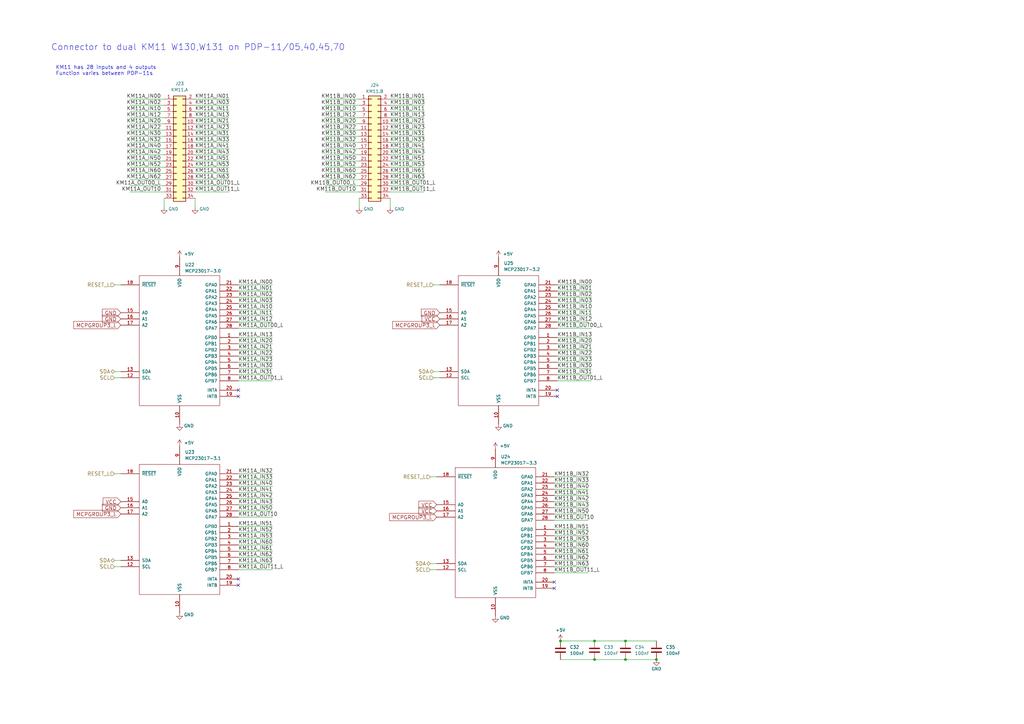
<source format=kicad_sch>
(kicad_sch
	(version 20231120)
	(generator "eeschema")
	(generator_version "8.0")
	(uuid "ad57505b-4430-4249-8987-5acfd4b85f62")
	(paper "A3")
	(title_block
		(date "2024-07-18")
	)
	(lib_symbols
		(symbol "Connector_Generic:Conn_02x17_Odd_Even"
			(pin_names
				(offset 1.016) hide)
			(exclude_from_sim no)
			(in_bom yes)
			(on_board yes)
			(property "Reference" "J"
				(at 1.27 22.86 0)
				(effects
					(font
						(size 1.27 1.27)
					)
				)
			)
			(property "Value" "Conn_02x17_Odd_Even"
				(at 1.27 -22.86 0)
				(effects
					(font
						(size 1.27 1.27)
					)
				)
			)
			(property "Footprint" ""
				(at 0 0 0)
				(effects
					(font
						(size 1.27 1.27)
					)
					(hide yes)
				)
			)
			(property "Datasheet" "~"
				(at 0 0 0)
				(effects
					(font
						(size 1.27 1.27)
					)
					(hide yes)
				)
			)
			(property "Description" "Generic connector, double row, 02x17, odd/even pin numbering scheme (row 1 odd numbers, row 2 even numbers), script generated (kicad-library-utils/schlib/autogen/connector/)"
				(at 0 0 0)
				(effects
					(font
						(size 1.27 1.27)
					)
					(hide yes)
				)
			)
			(property "ki_keywords" "connector"
				(at 0 0 0)
				(effects
					(font
						(size 1.27 1.27)
					)
					(hide yes)
				)
			)
			(property "ki_fp_filters" "Connector*:*_2x??_*"
				(at 0 0 0)
				(effects
					(font
						(size 1.27 1.27)
					)
					(hide yes)
				)
			)
			(symbol "Conn_02x17_Odd_Even_1_1"
				(rectangle
					(start -1.27 -20.193)
					(end 0 -20.447)
					(stroke
						(width 0.1524)
						(type default)
					)
					(fill
						(type none)
					)
				)
				(rectangle
					(start -1.27 -17.653)
					(end 0 -17.907)
					(stroke
						(width 0.1524)
						(type default)
					)
					(fill
						(type none)
					)
				)
				(rectangle
					(start -1.27 -15.113)
					(end 0 -15.367)
					(stroke
						(width 0.1524)
						(type default)
					)
					(fill
						(type none)
					)
				)
				(rectangle
					(start -1.27 -12.573)
					(end 0 -12.827)
					(stroke
						(width 0.1524)
						(type default)
					)
					(fill
						(type none)
					)
				)
				(rectangle
					(start -1.27 -10.033)
					(end 0 -10.287)
					(stroke
						(width 0.1524)
						(type default)
					)
					(fill
						(type none)
					)
				)
				(rectangle
					(start -1.27 -7.493)
					(end 0 -7.747)
					(stroke
						(width 0.1524)
						(type default)
					)
					(fill
						(type none)
					)
				)
				(rectangle
					(start -1.27 -4.953)
					(end 0 -5.207)
					(stroke
						(width 0.1524)
						(type default)
					)
					(fill
						(type none)
					)
				)
				(rectangle
					(start -1.27 -2.413)
					(end 0 -2.667)
					(stroke
						(width 0.1524)
						(type default)
					)
					(fill
						(type none)
					)
				)
				(rectangle
					(start -1.27 0.127)
					(end 0 -0.127)
					(stroke
						(width 0.1524)
						(type default)
					)
					(fill
						(type none)
					)
				)
				(rectangle
					(start -1.27 2.667)
					(end 0 2.413)
					(stroke
						(width 0.1524)
						(type default)
					)
					(fill
						(type none)
					)
				)
				(rectangle
					(start -1.27 5.207)
					(end 0 4.953)
					(stroke
						(width 0.1524)
						(type default)
					)
					(fill
						(type none)
					)
				)
				(rectangle
					(start -1.27 7.747)
					(end 0 7.493)
					(stroke
						(width 0.1524)
						(type default)
					)
					(fill
						(type none)
					)
				)
				(rectangle
					(start -1.27 10.287)
					(end 0 10.033)
					(stroke
						(width 0.1524)
						(type default)
					)
					(fill
						(type none)
					)
				)
				(rectangle
					(start -1.27 12.827)
					(end 0 12.573)
					(stroke
						(width 0.1524)
						(type default)
					)
					(fill
						(type none)
					)
				)
				(rectangle
					(start -1.27 15.367)
					(end 0 15.113)
					(stroke
						(width 0.1524)
						(type default)
					)
					(fill
						(type none)
					)
				)
				(rectangle
					(start -1.27 17.907)
					(end 0 17.653)
					(stroke
						(width 0.1524)
						(type default)
					)
					(fill
						(type none)
					)
				)
				(rectangle
					(start -1.27 20.447)
					(end 0 20.193)
					(stroke
						(width 0.1524)
						(type default)
					)
					(fill
						(type none)
					)
				)
				(rectangle
					(start -1.27 21.59)
					(end 3.81 -21.59)
					(stroke
						(width 0.254)
						(type default)
					)
					(fill
						(type background)
					)
				)
				(rectangle
					(start 3.81 -20.193)
					(end 2.54 -20.447)
					(stroke
						(width 0.1524)
						(type default)
					)
					(fill
						(type none)
					)
				)
				(rectangle
					(start 3.81 -17.653)
					(end 2.54 -17.907)
					(stroke
						(width 0.1524)
						(type default)
					)
					(fill
						(type none)
					)
				)
				(rectangle
					(start 3.81 -15.113)
					(end 2.54 -15.367)
					(stroke
						(width 0.1524)
						(type default)
					)
					(fill
						(type none)
					)
				)
				(rectangle
					(start 3.81 -12.573)
					(end 2.54 -12.827)
					(stroke
						(width 0.1524)
						(type default)
					)
					(fill
						(type none)
					)
				)
				(rectangle
					(start 3.81 -10.033)
					(end 2.54 -10.287)
					(stroke
						(width 0.1524)
						(type default)
					)
					(fill
						(type none)
					)
				)
				(rectangle
					(start 3.81 -7.493)
					(end 2.54 -7.747)
					(stroke
						(width 0.1524)
						(type default)
					)
					(fill
						(type none)
					)
				)
				(rectangle
					(start 3.81 -4.953)
					(end 2.54 -5.207)
					(stroke
						(width 0.1524)
						(type default)
					)
					(fill
						(type none)
					)
				)
				(rectangle
					(start 3.81 -2.413)
					(end 2.54 -2.667)
					(stroke
						(width 0.1524)
						(type default)
					)
					(fill
						(type none)
					)
				)
				(rectangle
					(start 3.81 0.127)
					(end 2.54 -0.127)
					(stroke
						(width 0.1524)
						(type default)
					)
					(fill
						(type none)
					)
				)
				(rectangle
					(start 3.81 2.667)
					(end 2.54 2.413)
					(stroke
						(width 0.1524)
						(type default)
					)
					(fill
						(type none)
					)
				)
				(rectangle
					(start 3.81 5.207)
					(end 2.54 4.953)
					(stroke
						(width 0.1524)
						(type default)
					)
					(fill
						(type none)
					)
				)
				(rectangle
					(start 3.81 7.747)
					(end 2.54 7.493)
					(stroke
						(width 0.1524)
						(type default)
					)
					(fill
						(type none)
					)
				)
				(rectangle
					(start 3.81 10.287)
					(end 2.54 10.033)
					(stroke
						(width 0.1524)
						(type default)
					)
					(fill
						(type none)
					)
				)
				(rectangle
					(start 3.81 12.827)
					(end 2.54 12.573)
					(stroke
						(width 0.1524)
						(type default)
					)
					(fill
						(type none)
					)
				)
				(rectangle
					(start 3.81 15.367)
					(end 2.54 15.113)
					(stroke
						(width 0.1524)
						(type default)
					)
					(fill
						(type none)
					)
				)
				(rectangle
					(start 3.81 17.907)
					(end 2.54 17.653)
					(stroke
						(width 0.1524)
						(type default)
					)
					(fill
						(type none)
					)
				)
				(rectangle
					(start 3.81 20.447)
					(end 2.54 20.193)
					(stroke
						(width 0.1524)
						(type default)
					)
					(fill
						(type none)
					)
				)
				(pin passive line
					(at -5.08 20.32 0)
					(length 3.81)
					(name "Pin_1"
						(effects
							(font
								(size 1.27 1.27)
							)
						)
					)
					(number "1"
						(effects
							(font
								(size 1.27 1.27)
							)
						)
					)
				)
				(pin passive line
					(at 7.62 10.16 180)
					(length 3.81)
					(name "Pin_10"
						(effects
							(font
								(size 1.27 1.27)
							)
						)
					)
					(number "10"
						(effects
							(font
								(size 1.27 1.27)
							)
						)
					)
				)
				(pin passive line
					(at -5.08 7.62 0)
					(length 3.81)
					(name "Pin_11"
						(effects
							(font
								(size 1.27 1.27)
							)
						)
					)
					(number "11"
						(effects
							(font
								(size 1.27 1.27)
							)
						)
					)
				)
				(pin passive line
					(at 7.62 7.62 180)
					(length 3.81)
					(name "Pin_12"
						(effects
							(font
								(size 1.27 1.27)
							)
						)
					)
					(number "12"
						(effects
							(font
								(size 1.27 1.27)
							)
						)
					)
				)
				(pin passive line
					(at -5.08 5.08 0)
					(length 3.81)
					(name "Pin_13"
						(effects
							(font
								(size 1.27 1.27)
							)
						)
					)
					(number "13"
						(effects
							(font
								(size 1.27 1.27)
							)
						)
					)
				)
				(pin passive line
					(at 7.62 5.08 180)
					(length 3.81)
					(name "Pin_14"
						(effects
							(font
								(size 1.27 1.27)
							)
						)
					)
					(number "14"
						(effects
							(font
								(size 1.27 1.27)
							)
						)
					)
				)
				(pin passive line
					(at -5.08 2.54 0)
					(length 3.81)
					(name "Pin_15"
						(effects
							(font
								(size 1.27 1.27)
							)
						)
					)
					(number "15"
						(effects
							(font
								(size 1.27 1.27)
							)
						)
					)
				)
				(pin passive line
					(at 7.62 2.54 180)
					(length 3.81)
					(name "Pin_16"
						(effects
							(font
								(size 1.27 1.27)
							)
						)
					)
					(number "16"
						(effects
							(font
								(size 1.27 1.27)
							)
						)
					)
				)
				(pin passive line
					(at -5.08 0 0)
					(length 3.81)
					(name "Pin_17"
						(effects
							(font
								(size 1.27 1.27)
							)
						)
					)
					(number "17"
						(effects
							(font
								(size 1.27 1.27)
							)
						)
					)
				)
				(pin passive line
					(at 7.62 0 180)
					(length 3.81)
					(name "Pin_18"
						(effects
							(font
								(size 1.27 1.27)
							)
						)
					)
					(number "18"
						(effects
							(font
								(size 1.27 1.27)
							)
						)
					)
				)
				(pin passive line
					(at -5.08 -2.54 0)
					(length 3.81)
					(name "Pin_19"
						(effects
							(font
								(size 1.27 1.27)
							)
						)
					)
					(number "19"
						(effects
							(font
								(size 1.27 1.27)
							)
						)
					)
				)
				(pin passive line
					(at 7.62 20.32 180)
					(length 3.81)
					(name "Pin_2"
						(effects
							(font
								(size 1.27 1.27)
							)
						)
					)
					(number "2"
						(effects
							(font
								(size 1.27 1.27)
							)
						)
					)
				)
				(pin passive line
					(at 7.62 -2.54 180)
					(length 3.81)
					(name "Pin_20"
						(effects
							(font
								(size 1.27 1.27)
							)
						)
					)
					(number "20"
						(effects
							(font
								(size 1.27 1.27)
							)
						)
					)
				)
				(pin passive line
					(at -5.08 -5.08 0)
					(length 3.81)
					(name "Pin_21"
						(effects
							(font
								(size 1.27 1.27)
							)
						)
					)
					(number "21"
						(effects
							(font
								(size 1.27 1.27)
							)
						)
					)
				)
				(pin passive line
					(at 7.62 -5.08 180)
					(length 3.81)
					(name "Pin_22"
						(effects
							(font
								(size 1.27 1.27)
							)
						)
					)
					(number "22"
						(effects
							(font
								(size 1.27 1.27)
							)
						)
					)
				)
				(pin passive line
					(at -5.08 -7.62 0)
					(length 3.81)
					(name "Pin_23"
						(effects
							(font
								(size 1.27 1.27)
							)
						)
					)
					(number "23"
						(effects
							(font
								(size 1.27 1.27)
							)
						)
					)
				)
				(pin passive line
					(at 7.62 -7.62 180)
					(length 3.81)
					(name "Pin_24"
						(effects
							(font
								(size 1.27 1.27)
							)
						)
					)
					(number "24"
						(effects
							(font
								(size 1.27 1.27)
							)
						)
					)
				)
				(pin passive line
					(at -5.08 -10.16 0)
					(length 3.81)
					(name "Pin_25"
						(effects
							(font
								(size 1.27 1.27)
							)
						)
					)
					(number "25"
						(effects
							(font
								(size 1.27 1.27)
							)
						)
					)
				)
				(pin passive line
					(at 7.62 -10.16 180)
					(length 3.81)
					(name "Pin_26"
						(effects
							(font
								(size 1.27 1.27)
							)
						)
					)
					(number "26"
						(effects
							(font
								(size 1.27 1.27)
							)
						)
					)
				)
				(pin passive line
					(at -5.08 -12.7 0)
					(length 3.81)
					(name "Pin_27"
						(effects
							(font
								(size 1.27 1.27)
							)
						)
					)
					(number "27"
						(effects
							(font
								(size 1.27 1.27)
							)
						)
					)
				)
				(pin passive line
					(at 7.62 -12.7 180)
					(length 3.81)
					(name "Pin_28"
						(effects
							(font
								(size 1.27 1.27)
							)
						)
					)
					(number "28"
						(effects
							(font
								(size 1.27 1.27)
							)
						)
					)
				)
				(pin passive line
					(at -5.08 -15.24 0)
					(length 3.81)
					(name "Pin_29"
						(effects
							(font
								(size 1.27 1.27)
							)
						)
					)
					(number "29"
						(effects
							(font
								(size 1.27 1.27)
							)
						)
					)
				)
				(pin passive line
					(at -5.08 17.78 0)
					(length 3.81)
					(name "Pin_3"
						(effects
							(font
								(size 1.27 1.27)
							)
						)
					)
					(number "3"
						(effects
							(font
								(size 1.27 1.27)
							)
						)
					)
				)
				(pin passive line
					(at 7.62 -15.24 180)
					(length 3.81)
					(name "Pin_30"
						(effects
							(font
								(size 1.27 1.27)
							)
						)
					)
					(number "30"
						(effects
							(font
								(size 1.27 1.27)
							)
						)
					)
				)
				(pin passive line
					(at -5.08 -17.78 0)
					(length 3.81)
					(name "Pin_31"
						(effects
							(font
								(size 1.27 1.27)
							)
						)
					)
					(number "31"
						(effects
							(font
								(size 1.27 1.27)
							)
						)
					)
				)
				(pin passive line
					(at 7.62 -17.78 180)
					(length 3.81)
					(name "Pin_32"
						(effects
							(font
								(size 1.27 1.27)
							)
						)
					)
					(number "32"
						(effects
							(font
								(size 1.27 1.27)
							)
						)
					)
				)
				(pin passive line
					(at -5.08 -20.32 0)
					(length 3.81)
					(name "Pin_33"
						(effects
							(font
								(size 1.27 1.27)
							)
						)
					)
					(number "33"
						(effects
							(font
								(size 1.27 1.27)
							)
						)
					)
				)
				(pin passive line
					(at 7.62 -20.32 180)
					(length 3.81)
					(name "Pin_34"
						(effects
							(font
								(size 1.27 1.27)
							)
						)
					)
					(number "34"
						(effects
							(font
								(size 1.27 1.27)
							)
						)
					)
				)
				(pin passive line
					(at 7.62 17.78 180)
					(length 3.81)
					(name "Pin_4"
						(effects
							(font
								(size 1.27 1.27)
							)
						)
					)
					(number "4"
						(effects
							(font
								(size 1.27 1.27)
							)
						)
					)
				)
				(pin passive line
					(at -5.08 15.24 0)
					(length 3.81)
					(name "Pin_5"
						(effects
							(font
								(size 1.27 1.27)
							)
						)
					)
					(number "5"
						(effects
							(font
								(size 1.27 1.27)
							)
						)
					)
				)
				(pin passive line
					(at 7.62 15.24 180)
					(length 3.81)
					(name "Pin_6"
						(effects
							(font
								(size 1.27 1.27)
							)
						)
					)
					(number "6"
						(effects
							(font
								(size 1.27 1.27)
							)
						)
					)
				)
				(pin passive line
					(at -5.08 12.7 0)
					(length 3.81)
					(name "Pin_7"
						(effects
							(font
								(size 1.27 1.27)
							)
						)
					)
					(number "7"
						(effects
							(font
								(size 1.27 1.27)
							)
						)
					)
				)
				(pin passive line
					(at 7.62 12.7 180)
					(length 3.81)
					(name "Pin_8"
						(effects
							(font
								(size 1.27 1.27)
							)
						)
					)
					(number "8"
						(effects
							(font
								(size 1.27 1.27)
							)
						)
					)
				)
				(pin passive line
					(at -5.08 10.16 0)
					(length 3.81)
					(name "Pin_9"
						(effects
							(font
								(size 1.27 1.27)
							)
						)
					)
					(number "9"
						(effects
							(font
								(size 1.27 1.27)
							)
						)
					)
				)
			)
		)
		(symbol "Device:C"
			(pin_numbers hide)
			(pin_names
				(offset 0.254)
			)
			(exclude_from_sim no)
			(in_bom yes)
			(on_board yes)
			(property "Reference" "C"
				(at 0.635 2.54 0)
				(effects
					(font
						(size 1.27 1.27)
					)
					(justify left)
				)
			)
			(property "Value" "C"
				(at 0.635 -2.54 0)
				(effects
					(font
						(size 1.27 1.27)
					)
					(justify left)
				)
			)
			(property "Footprint" ""
				(at 0.9652 -3.81 0)
				(effects
					(font
						(size 1.27 1.27)
					)
					(hide yes)
				)
			)
			(property "Datasheet" "~"
				(at 0 0 0)
				(effects
					(font
						(size 1.27 1.27)
					)
					(hide yes)
				)
			)
			(property "Description" "Unpolarized capacitor"
				(at 0 0 0)
				(effects
					(font
						(size 1.27 1.27)
					)
					(hide yes)
				)
			)
			(property "ki_keywords" "cap capacitor"
				(at 0 0 0)
				(effects
					(font
						(size 1.27 1.27)
					)
					(hide yes)
				)
			)
			(property "ki_fp_filters" "C_*"
				(at 0 0 0)
				(effects
					(font
						(size 1.27 1.27)
					)
					(hide yes)
				)
			)
			(symbol "C_0_1"
				(polyline
					(pts
						(xy -2.032 -0.762) (xy 2.032 -0.762)
					)
					(stroke
						(width 0.508)
						(type default)
					)
					(fill
						(type none)
					)
				)
				(polyline
					(pts
						(xy -2.032 0.762) (xy 2.032 0.762)
					)
					(stroke
						(width 0.508)
						(type default)
					)
					(fill
						(type none)
					)
				)
			)
			(symbol "C_1_1"
				(pin passive line
					(at 0 3.81 270)
					(length 2.794)
					(name "~"
						(effects
							(font
								(size 1.27 1.27)
							)
						)
					)
					(number "1"
						(effects
							(font
								(size 1.27 1.27)
							)
						)
					)
				)
				(pin passive line
					(at 0 -3.81 90)
					(length 2.794)
					(name "~"
						(effects
							(font
								(size 1.27 1.27)
							)
						)
					)
					(number "2"
						(effects
							(font
								(size 1.27 1.27)
							)
						)
					)
				)
			)
		)
		(symbol "jh:MCP23017"
			(pin_names
				(offset 1.016)
			)
			(exclude_from_sim no)
			(in_bom yes)
			(on_board yes)
			(property "Reference" "U"
				(at -13.97 27.94 0)
				(effects
					(font
						(size 1.27 1.27)
					)
				)
			)
			(property "Value" "MCP23017"
				(at 11.43 -27.94 0)
				(effects
					(font
						(size 1.27 1.27)
					)
				)
			)
			(property "Footprint" "MODULE"
				(at -12.7 -27.94 0)
				(effects
					(font
						(size 1.27 1.27)
					)
					(hide yes)
				)
			)
			(property "Datasheet" "DOCUMENTATION"
				(at 0 -1.27 0)
				(effects
					(font
						(size 1.27 1.27)
					)
					(hide yes)
				)
			)
			(property "Description" ""
				(at 0 0 0)
				(effects
					(font
						(size 1.27 1.27)
					)
					(hide yes)
				)
			)
			(symbol "MCP23017_1_0"
				(rectangle
					(start -16.51 -26.67)
					(end 16.51 26.67)
					(stroke
						(width 0)
						(type solid)
					)
					(fill
						(type none)
					)
				)
			)
			(symbol "MCP23017_1_1"
				(pin tri_state line
					(at 24.13 1.27 180)
					(length 7.62)
					(name "GPB0"
						(effects
							(font
								(size 1.27 1.27)
							)
						)
					)
					(number "1"
						(effects
							(font
								(size 1.27 1.27)
							)
						)
					)
				)
				(pin power_in line
					(at 0 -34.29 90)
					(length 7.62)
					(name "VSS"
						(effects
							(font
								(size 1.27 1.27)
							)
						)
					)
					(number "10"
						(effects
							(font
								(size 1.27 1.27)
							)
						)
					)
				)
				(pin input line
					(at -24.13 -15.24 0)
					(length 7.62)
					(name "SCL"
						(effects
							(font
								(size 1.27 1.27)
							)
						)
					)
					(number "12"
						(effects
							(font
								(size 1.27 1.27)
							)
						)
					)
				)
				(pin tri_state line
					(at -24.13 -12.7 0)
					(length 7.62)
					(name "SDA"
						(effects
							(font
								(size 1.27 1.27)
							)
						)
					)
					(number "13"
						(effects
							(font
								(size 1.27 1.27)
							)
						)
					)
				)
				(pin input line
					(at -24.13 11.43 0)
					(length 7.62)
					(name "A0"
						(effects
							(font
								(size 1.27 1.27)
							)
						)
					)
					(number "15"
						(effects
							(font
								(size 1.27 1.27)
							)
						)
					)
				)
				(pin input line
					(at -24.13 8.89 0)
					(length 7.62)
					(name "A1"
						(effects
							(font
								(size 1.27 1.27)
							)
						)
					)
					(number "16"
						(effects
							(font
								(size 1.27 1.27)
							)
						)
					)
				)
				(pin input line
					(at -24.13 6.35 0)
					(length 7.62)
					(name "A2"
						(effects
							(font
								(size 1.27 1.27)
							)
						)
					)
					(number "17"
						(effects
							(font
								(size 1.27 1.27)
							)
						)
					)
				)
				(pin input line
					(at -24.13 22.86 0)
					(length 7.62)
					(name "~{RESET}"
						(effects
							(font
								(size 1.27 1.27)
							)
						)
					)
					(number "18"
						(effects
							(font
								(size 1.27 1.27)
							)
						)
					)
				)
				(pin output line
					(at 24.13 -22.86 180)
					(length 7.62)
					(name "INTB"
						(effects
							(font
								(size 1.27 1.27)
							)
						)
					)
					(number "19"
						(effects
							(font
								(size 1.27 1.27)
							)
						)
					)
				)
				(pin tri_state line
					(at 24.13 -1.27 180)
					(length 7.62)
					(name "GPB1"
						(effects
							(font
								(size 1.27 1.27)
							)
						)
					)
					(number "2"
						(effects
							(font
								(size 1.27 1.27)
							)
						)
					)
				)
				(pin output line
					(at 24.13 -20.32 180)
					(length 7.62)
					(name "INTA"
						(effects
							(font
								(size 1.27 1.27)
							)
						)
					)
					(number "20"
						(effects
							(font
								(size 1.27 1.27)
							)
						)
					)
				)
				(pin tri_state line
					(at 24.13 22.86 180)
					(length 7.62)
					(name "GPA0"
						(effects
							(font
								(size 1.27 1.27)
							)
						)
					)
					(number "21"
						(effects
							(font
								(size 1.27 1.27)
							)
						)
					)
				)
				(pin tri_state line
					(at 24.13 20.32 180)
					(length 7.62)
					(name "GPA1"
						(effects
							(font
								(size 1.27 1.27)
							)
						)
					)
					(number "22"
						(effects
							(font
								(size 1.27 1.27)
							)
						)
					)
				)
				(pin tri_state line
					(at 24.13 17.78 180)
					(length 7.62)
					(name "GPA2"
						(effects
							(font
								(size 1.27 1.27)
							)
						)
					)
					(number "23"
						(effects
							(font
								(size 1.27 1.27)
							)
						)
					)
				)
				(pin tri_state line
					(at 24.13 15.24 180)
					(length 7.62)
					(name "GPA3"
						(effects
							(font
								(size 1.27 1.27)
							)
						)
					)
					(number "24"
						(effects
							(font
								(size 1.27 1.27)
							)
						)
					)
				)
				(pin tri_state line
					(at 24.13 12.7 180)
					(length 7.62)
					(name "GPA4"
						(effects
							(font
								(size 1.27 1.27)
							)
						)
					)
					(number "25"
						(effects
							(font
								(size 1.27 1.27)
							)
						)
					)
				)
				(pin tri_state line
					(at 24.13 10.16 180)
					(length 7.62)
					(name "GPA5"
						(effects
							(font
								(size 1.27 1.27)
							)
						)
					)
					(number "26"
						(effects
							(font
								(size 1.27 1.27)
							)
						)
					)
				)
				(pin tri_state line
					(at 24.13 7.62 180)
					(length 7.62)
					(name "GPA6"
						(effects
							(font
								(size 1.27 1.27)
							)
						)
					)
					(number "27"
						(effects
							(font
								(size 1.27 1.27)
							)
						)
					)
				)
				(pin tri_state line
					(at 24.13 5.08 180)
					(length 7.62)
					(name "GPA7"
						(effects
							(font
								(size 1.27 1.27)
							)
						)
					)
					(number "28"
						(effects
							(font
								(size 1.27 1.27)
							)
						)
					)
				)
				(pin tri_state line
					(at 24.13 -3.81 180)
					(length 7.62)
					(name "GPB2"
						(effects
							(font
								(size 1.27 1.27)
							)
						)
					)
					(number "3"
						(effects
							(font
								(size 1.27 1.27)
							)
						)
					)
				)
				(pin tri_state line
					(at 24.13 -6.35 180)
					(length 7.62)
					(name "GPB3"
						(effects
							(font
								(size 1.27 1.27)
							)
						)
					)
					(number "4"
						(effects
							(font
								(size 1.27 1.27)
							)
						)
					)
				)
				(pin tri_state line
					(at 24.13 -8.89 180)
					(length 7.62)
					(name "GPB4"
						(effects
							(font
								(size 1.27 1.27)
							)
						)
					)
					(number "5"
						(effects
							(font
								(size 1.27 1.27)
							)
						)
					)
				)
				(pin tri_state line
					(at 24.13 -11.43 180)
					(length 7.62)
					(name "GPB5"
						(effects
							(font
								(size 1.27 1.27)
							)
						)
					)
					(number "6"
						(effects
							(font
								(size 1.27 1.27)
							)
						)
					)
				)
				(pin tri_state line
					(at 24.13 -13.97 180)
					(length 7.62)
					(name "GPB6"
						(effects
							(font
								(size 1.27 1.27)
							)
						)
					)
					(number "7"
						(effects
							(font
								(size 1.27 1.27)
							)
						)
					)
				)
				(pin tri_state line
					(at 24.13 -16.51 180)
					(length 7.62)
					(name "GPB7"
						(effects
							(font
								(size 1.27 1.27)
							)
						)
					)
					(number "8"
						(effects
							(font
								(size 1.27 1.27)
							)
						)
					)
				)
				(pin power_in line
					(at 0 34.29 270)
					(length 7.62)
					(name "VDD"
						(effects
							(font
								(size 1.27 1.27)
							)
						)
					)
					(number "9"
						(effects
							(font
								(size 1.27 1.27)
							)
						)
					)
				)
			)
		)
		(symbol "power:+5V"
			(power)
			(pin_names
				(offset 0)
			)
			(exclude_from_sim no)
			(in_bom yes)
			(on_board yes)
			(property "Reference" "#PWR"
				(at 0 -3.81 0)
				(effects
					(font
						(size 1.27 1.27)
					)
					(hide yes)
				)
			)
			(property "Value" "+5V"
				(at 0 3.556 0)
				(effects
					(font
						(size 1.27 1.27)
					)
				)
			)
			(property "Footprint" ""
				(at 0 0 0)
				(effects
					(font
						(size 1.27 1.27)
					)
					(hide yes)
				)
			)
			(property "Datasheet" ""
				(at 0 0 0)
				(effects
					(font
						(size 1.27 1.27)
					)
					(hide yes)
				)
			)
			(property "Description" "Power symbol creates a global label with name \"+5V\""
				(at 0 0 0)
				(effects
					(font
						(size 1.27 1.27)
					)
					(hide yes)
				)
			)
			(property "ki_keywords" "global power"
				(at 0 0 0)
				(effects
					(font
						(size 1.27 1.27)
					)
					(hide yes)
				)
			)
			(symbol "+5V_0_1"
				(polyline
					(pts
						(xy -0.762 1.27) (xy 0 2.54)
					)
					(stroke
						(width 0)
						(type default)
					)
					(fill
						(type none)
					)
				)
				(polyline
					(pts
						(xy 0 0) (xy 0 2.54)
					)
					(stroke
						(width 0)
						(type default)
					)
					(fill
						(type none)
					)
				)
				(polyline
					(pts
						(xy 0 2.54) (xy 0.762 1.27)
					)
					(stroke
						(width 0)
						(type default)
					)
					(fill
						(type none)
					)
				)
			)
			(symbol "+5V_1_1"
				(pin power_in line
					(at 0 0 90)
					(length 0) hide
					(name "+5V"
						(effects
							(font
								(size 1.27 1.27)
							)
						)
					)
					(number "1"
						(effects
							(font
								(size 1.27 1.27)
							)
						)
					)
				)
			)
		)
		(symbol "power:GND"
			(power)
			(pin_names
				(offset 0)
			)
			(exclude_from_sim no)
			(in_bom yes)
			(on_board yes)
			(property "Reference" "#PWR"
				(at 0 -6.35 0)
				(effects
					(font
						(size 1.27 1.27)
					)
					(hide yes)
				)
			)
			(property "Value" "GND"
				(at 0 -3.81 0)
				(effects
					(font
						(size 1.27 1.27)
					)
				)
			)
			(property "Footprint" ""
				(at 0 0 0)
				(effects
					(font
						(size 1.27 1.27)
					)
					(hide yes)
				)
			)
			(property "Datasheet" ""
				(at 0 0 0)
				(effects
					(font
						(size 1.27 1.27)
					)
					(hide yes)
				)
			)
			(property "Description" "Power symbol creates a global label with name \"GND\" , ground"
				(at 0 0 0)
				(effects
					(font
						(size 1.27 1.27)
					)
					(hide yes)
				)
			)
			(property "ki_keywords" "global power"
				(at 0 0 0)
				(effects
					(font
						(size 1.27 1.27)
					)
					(hide yes)
				)
			)
			(symbol "GND_0_1"
				(polyline
					(pts
						(xy 0 0) (xy 0 -1.27) (xy 1.27 -1.27) (xy 0 -2.54) (xy -1.27 -1.27) (xy 0 -1.27)
					)
					(stroke
						(width 0)
						(type default)
					)
					(fill
						(type none)
					)
				)
			)
			(symbol "GND_1_1"
				(pin power_in line
					(at 0 0 270)
					(length 0) hide
					(name "GND"
						(effects
							(font
								(size 1.27 1.27)
							)
						)
					)
					(number "1"
						(effects
							(font
								(size 1.27 1.27)
							)
						)
					)
				)
			)
		)
	)
	(junction
		(at 243.84 270.51)
		(diameter 0)
		(color 0 0 0 0)
		(uuid "2c52df62-f20a-4dcb-8668-e786cccad673")
	)
	(junction
		(at 243.84 262.89)
		(diameter 0)
		(color 0 0 0 0)
		(uuid "6109c843-236d-466f-b34d-f34f1ed59df0")
	)
	(junction
		(at 229.87 262.89)
		(diameter 0)
		(color 0 0 0 0)
		(uuid "6ef3a78f-9e5d-4416-a384-f83d2da73680")
	)
	(junction
		(at 269.24 270.51)
		(diameter 0)
		(color 0 0 0 0)
		(uuid "790f0455-a4f5-45d8-98fb-1d754d479c6f")
	)
	(junction
		(at 256.54 262.89)
		(diameter 0)
		(color 0 0 0 0)
		(uuid "7e89cc7e-e7ca-4d1c-a044-24a193a9ae97")
	)
	(junction
		(at 256.54 270.51)
		(diameter 0)
		(color 0 0 0 0)
		(uuid "9dcdd3e7-63d9-4817-860a-998ce4279efc")
	)
	(no_connect
		(at 97.79 240.03)
		(uuid "10d075f2-1427-4998-8760-086c368be597")
	)
	(no_connect
		(at 228.6 162.56)
		(uuid "1ebe2f44-1a80-4adb-8f4e-b83204a0c763")
	)
	(no_connect
		(at 97.79 237.49)
		(uuid "38d8a606-4a96-4307-ae4a-040c272f49d6")
	)
	(no_connect
		(at 228.6 160.02)
		(uuid "558a6c4c-89d2-469f-ae00-0b7221b4cf30")
	)
	(no_connect
		(at 227.33 241.3)
		(uuid "889a8744-f1f1-4da1-9e84-c9736411baa5")
	)
	(no_connect
		(at 97.79 160.02)
		(uuid "aceafa2e-6186-41c1-a17c-e3d9c6946c16")
	)
	(no_connect
		(at 97.79 162.56)
		(uuid "b0704c8b-76ac-4396-a73c-b4a7dd38d657")
	)
	(no_connect
		(at 227.33 238.76)
		(uuid "bb103563-aa9f-44fb-a6ca-35071dfb25e0")
	)
	(wire
		(pts
			(xy 160.02 45.72) (xy 173.99 45.72)
		)
		(stroke
			(width 0)
			(type default)
		)
		(uuid "012894b5-9a5a-4e2b-adac-7bb1f1f01d44")
	)
	(wire
		(pts
			(xy 80.01 40.64) (xy 93.98 40.64)
		)
		(stroke
			(width 0)
			(type default)
		)
		(uuid "01b4a3aa-029f-4695-9587-e2be3191932f")
	)
	(wire
		(pts
			(xy 80.01 81.28) (xy 80.01 85.09)
		)
		(stroke
			(width 0)
			(type default)
		)
		(uuid "02d7c6e7-9a06-41c2-92e4-a51fc236c4d5")
	)
	(wire
		(pts
			(xy 133.35 48.26) (xy 147.32 48.26)
		)
		(stroke
			(width 0)
			(type default)
		)
		(uuid "03d2f019-7721-46d3-8902-d2da74bf0eb6")
	)
	(wire
		(pts
			(xy 228.6 153.67) (xy 242.57 153.67)
		)
		(stroke
			(width 0)
			(type default)
		)
		(uuid "03f962b3-16bb-4d2f-96df-f659b5ae7777")
	)
	(wire
		(pts
			(xy 97.79 223.52) (xy 111.76 223.52)
		)
		(stroke
			(width 0)
			(type default)
		)
		(uuid "05840441-35ad-43e1-8530-567d2d7afe1f")
	)
	(wire
		(pts
			(xy 46.99 232.41) (xy 49.53 232.41)
		)
		(stroke
			(width 0)
			(type default)
		)
		(uuid "058d5d8e-60fb-4d1c-bcbf-47b28436f3a3")
	)
	(wire
		(pts
			(xy 227.33 227.33) (xy 241.3 227.33)
		)
		(stroke
			(width 0)
			(type default)
		)
		(uuid "0c1421d8-3f5b-4b14-992d-650ebb2a5e12")
	)
	(wire
		(pts
			(xy 80.01 50.8) (xy 93.98 50.8)
		)
		(stroke
			(width 0)
			(type default)
		)
		(uuid "1189b6e8-4950-4f0d-ac86-ac1d6ec10857")
	)
	(wire
		(pts
			(xy 80.01 71.12) (xy 93.98 71.12)
		)
		(stroke
			(width 0)
			(type default)
		)
		(uuid "11f2a1ab-6c34-4aef-9a18-f6f145276e40")
	)
	(wire
		(pts
			(xy 176.53 195.58) (xy 179.07 195.58)
		)
		(stroke
			(width 0)
			(type default)
		)
		(uuid "1729c5c1-deb7-4f56-b57f-137056db7d09")
	)
	(wire
		(pts
			(xy 53.34 71.12) (xy 67.31 71.12)
		)
		(stroke
			(width 0)
			(type default)
		)
		(uuid "18639c7d-c07a-4fea-80b8-cf6b44c79565")
	)
	(wire
		(pts
			(xy 97.79 134.62) (xy 111.76 134.62)
		)
		(stroke
			(width 0)
			(type default)
		)
		(uuid "1bd4e41b-d149-47dc-acb9-87fd2add7237")
	)
	(wire
		(pts
			(xy 53.34 78.74) (xy 67.31 78.74)
		)
		(stroke
			(width 0)
			(type default)
		)
		(uuid "1ecc251c-9d1d-4efb-963b-58cba2db2510")
	)
	(wire
		(pts
			(xy 53.34 53.34) (xy 67.31 53.34)
		)
		(stroke
			(width 0)
			(type default)
		)
		(uuid "2024a6d8-fbee-4d9b-a9b2-3ad81572d310")
	)
	(wire
		(pts
			(xy 160.02 48.26) (xy 173.99 48.26)
		)
		(stroke
			(width 0)
			(type default)
		)
		(uuid "21997ab3-b37b-4468-afe5-04dae000121c")
	)
	(wire
		(pts
			(xy 80.01 76.2) (xy 93.98 76.2)
		)
		(stroke
			(width 0)
			(type default)
		)
		(uuid "22dd8786-0a6e-44f1-bff3-072d48f1406d")
	)
	(wire
		(pts
			(xy 80.01 78.74) (xy 93.98 78.74)
		)
		(stroke
			(width 0)
			(type default)
		)
		(uuid "22f58728-85e6-43bb-ad6c-f8ae3c205bd4")
	)
	(wire
		(pts
			(xy 97.79 156.21) (xy 111.76 156.21)
		)
		(stroke
			(width 0)
			(type default)
		)
		(uuid "2dee6ec1-7750-4993-b6af-38eb171059f9")
	)
	(wire
		(pts
			(xy 176.53 233.68) (xy 179.07 233.68)
		)
		(stroke
			(width 0)
			(type default)
		)
		(uuid "2e6bd426-1324-4399-aad8-cb4b801f9369")
	)
	(wire
		(pts
			(xy 227.33 222.25) (xy 241.3 222.25)
		)
		(stroke
			(width 0)
			(type default)
		)
		(uuid "2ea36c39-ea81-413d-af04-9b100204c60a")
	)
	(wire
		(pts
			(xy 97.79 129.54) (xy 111.76 129.54)
		)
		(stroke
			(width 0)
			(type default)
		)
		(uuid "31a0269a-e920-4def-9a2b-1c00ed33bdc0")
	)
	(wire
		(pts
			(xy 160.02 55.88) (xy 173.99 55.88)
		)
		(stroke
			(width 0)
			(type default)
		)
		(uuid "32944ea0-2aef-4be4-83fe-65e92123b67b")
	)
	(wire
		(pts
			(xy 133.35 63.5) (xy 147.32 63.5)
		)
		(stroke
			(width 0)
			(type default)
		)
		(uuid "3314eb03-b386-4b38-88cd-e94c53d071ce")
	)
	(wire
		(pts
			(xy 97.79 121.92) (xy 111.76 121.92)
		)
		(stroke
			(width 0)
			(type default)
		)
		(uuid "357526c5-c4ba-4ab5-aacc-2677654f6cee")
	)
	(wire
		(pts
			(xy 133.35 40.64) (xy 147.32 40.64)
		)
		(stroke
			(width 0)
			(type default)
		)
		(uuid "35874290-8dad-44e5-a74c-5a8ba4daacac")
	)
	(wire
		(pts
			(xy 160.02 63.5) (xy 173.99 63.5)
		)
		(stroke
			(width 0)
			(type default)
		)
		(uuid "36c365a8-0536-4f20-89fb-d313273b4b73")
	)
	(wire
		(pts
			(xy 53.34 66.04) (xy 67.31 66.04)
		)
		(stroke
			(width 0)
			(type default)
		)
		(uuid "371258b3-0774-4dec-a688-990b7ebc0743")
	)
	(wire
		(pts
			(xy 80.01 45.72) (xy 93.98 45.72)
		)
		(stroke
			(width 0)
			(type default)
		)
		(uuid "37803c2a-8575-434f-97db-13c04cd7c248")
	)
	(wire
		(pts
			(xy 97.79 228.6) (xy 111.76 228.6)
		)
		(stroke
			(width 0)
			(type default)
		)
		(uuid "3877bc79-aea0-4bcb-8b29-9d407938748d")
	)
	(wire
		(pts
			(xy 97.79 231.14) (xy 111.76 231.14)
		)
		(stroke
			(width 0)
			(type default)
		)
		(uuid "394ddfd1-76cf-420a-8ce2-72094da73fb3")
	)
	(wire
		(pts
			(xy 160.02 40.64) (xy 173.99 40.64)
		)
		(stroke
			(width 0)
			(type default)
		)
		(uuid "3aca3bd0-b52b-4bfa-a29b-038a677b9f75")
	)
	(wire
		(pts
			(xy 228.6 148.59) (xy 242.57 148.59)
		)
		(stroke
			(width 0)
			(type default)
		)
		(uuid "3bb210da-d93e-4421-bdf2-8176f2f7e660")
	)
	(wire
		(pts
			(xy 228.6 119.38) (xy 242.57 119.38)
		)
		(stroke
			(width 0)
			(type default)
		)
		(uuid "40efe565-d7dd-4096-bdb1-7c77f83090ed")
	)
	(wire
		(pts
			(xy 160.02 68.58) (xy 173.99 68.58)
		)
		(stroke
			(width 0)
			(type default)
		)
		(uuid "422cfe70-82f4-4f51-baaa-428a59ec40a6")
	)
	(wire
		(pts
			(xy 160.02 58.42) (xy 173.99 58.42)
		)
		(stroke
			(width 0)
			(type default)
		)
		(uuid "42457b0e-7c4f-4413-8fff-6d6b3d3cbb54")
	)
	(wire
		(pts
			(xy 46.99 229.87) (xy 49.53 229.87)
		)
		(stroke
			(width 0)
			(type default)
		)
		(uuid "426cdcdc-532f-4bae-92d5-e38a7f5eee2e")
	)
	(wire
		(pts
			(xy 228.6 151.13) (xy 242.57 151.13)
		)
		(stroke
			(width 0)
			(type default)
		)
		(uuid "42ed193c-1ae3-4e48-be19-734fc0c36fa5")
	)
	(wire
		(pts
			(xy 97.79 143.51) (xy 111.76 143.51)
		)
		(stroke
			(width 0)
			(type default)
		)
		(uuid "443e55e5-2bdd-4843-a6e5-6eb785dad7b9")
	)
	(wire
		(pts
			(xy 227.33 217.17) (xy 241.3 217.17)
		)
		(stroke
			(width 0)
			(type default)
		)
		(uuid "44699403-0958-4fc4-b1a2-d4f41fbeca8c")
	)
	(wire
		(pts
			(xy 228.6 143.51) (xy 242.57 143.51)
		)
		(stroke
			(width 0)
			(type default)
		)
		(uuid "44fe4170-9402-498a-ab65-ed70317c7962")
	)
	(wire
		(pts
			(xy 227.33 213.36) (xy 241.3 213.36)
		)
		(stroke
			(width 0)
			(type default)
		)
		(uuid "45596454-496e-445b-aaf8-55ad9a6890f0")
	)
	(wire
		(pts
			(xy 229.87 270.51) (xy 243.84 270.51)
		)
		(stroke
			(width 0)
			(type default)
		)
		(uuid "4797bd0b-e82d-400b-a8d5-e3f68b0b83c2")
	)
	(wire
		(pts
			(xy 228.6 116.84) (xy 242.57 116.84)
		)
		(stroke
			(width 0)
			(type default)
		)
		(uuid "4ad1549a-0428-45e4-ac54-a7cebd1721ff")
	)
	(wire
		(pts
			(xy 97.79 233.68) (xy 111.76 233.68)
		)
		(stroke
			(width 0)
			(type default)
		)
		(uuid "4ae4f396-131c-4d1d-86a0-45794a2da51f")
	)
	(wire
		(pts
			(xy 46.99 154.94) (xy 49.53 154.94)
		)
		(stroke
			(width 0)
			(type default)
		)
		(uuid "4af72492-7fc1-4174-97e6-07aed4fb5ce6")
	)
	(wire
		(pts
			(xy 80.01 48.26) (xy 93.98 48.26)
		)
		(stroke
			(width 0)
			(type default)
		)
		(uuid "4d0bcf3c-b16a-4721-8aaf-63c021e0be56")
	)
	(wire
		(pts
			(xy 97.79 215.9) (xy 111.76 215.9)
		)
		(stroke
			(width 0)
			(type default)
		)
		(uuid "4dac7574-107b-42ce-b1ce-49e39ca32175")
	)
	(wire
		(pts
			(xy 97.79 146.05) (xy 111.76 146.05)
		)
		(stroke
			(width 0)
			(type default)
		)
		(uuid "4f26b8e0-9050-4d12-9f0f-09b62b572fff")
	)
	(wire
		(pts
			(xy 227.33 219.71) (xy 241.3 219.71)
		)
		(stroke
			(width 0)
			(type default)
		)
		(uuid "4f92052a-5704-4fa4-92f6-52880c2f8125")
	)
	(wire
		(pts
			(xy 227.33 229.87) (xy 241.3 229.87)
		)
		(stroke
			(width 0)
			(type default)
		)
		(uuid "50eeee3d-2327-427f-aa66-740e5372a923")
	)
	(wire
		(pts
			(xy 133.35 73.66) (xy 147.32 73.66)
		)
		(stroke
			(width 0)
			(type default)
		)
		(uuid "5436ba97-24a8-4ef4-b4dc-042157d7ade2")
	)
	(wire
		(pts
			(xy 80.01 63.5) (xy 93.98 63.5)
		)
		(stroke
			(width 0)
			(type default)
		)
		(uuid "562b68ae-e78c-4ffe-90de-08641550823e")
	)
	(wire
		(pts
			(xy 160.02 78.74) (xy 173.99 78.74)
		)
		(stroke
			(width 0)
			(type default)
		)
		(uuid "575a9fc1-c0fb-49ae-b5ec-d3c1b35789b7")
	)
	(wire
		(pts
			(xy 160.02 50.8) (xy 173.99 50.8)
		)
		(stroke
			(width 0)
			(type default)
		)
		(uuid "5840959e-75c1-4e7a-b2ad-80be5711d54a")
	)
	(wire
		(pts
			(xy 97.79 199.39) (xy 111.76 199.39)
		)
		(stroke
			(width 0)
			(type default)
		)
		(uuid "5862499b-205d-49ba-b279-e36698d4e691")
	)
	(wire
		(pts
			(xy 53.34 58.42) (xy 67.31 58.42)
		)
		(stroke
			(width 0)
			(type default)
		)
		(uuid "5874a97c-be4c-4853-9b23-456aec597dee")
	)
	(wire
		(pts
			(xy 53.34 48.26) (xy 67.31 48.26)
		)
		(stroke
			(width 0)
			(type default)
		)
		(uuid "59915689-1e37-4755-af12-f800e55b54bd")
	)
	(wire
		(pts
			(xy 133.35 58.42) (xy 147.32 58.42)
		)
		(stroke
			(width 0)
			(type default)
		)
		(uuid "5ad28a32-aa40-43d0-a396-2bd9295a5c73")
	)
	(wire
		(pts
			(xy 97.79 132.08) (xy 111.76 132.08)
		)
		(stroke
			(width 0)
			(type default)
		)
		(uuid "5dfbf66b-126e-4dd1-bdb0-82c4f586bb0f")
	)
	(wire
		(pts
			(xy 228.6 138.43) (xy 242.57 138.43)
		)
		(stroke
			(width 0)
			(type default)
		)
		(uuid "5e172a81-5dd6-474e-bb10-ef6acc0ee074")
	)
	(wire
		(pts
			(xy 53.34 43.18) (xy 67.31 43.18)
		)
		(stroke
			(width 0)
			(type default)
		)
		(uuid "5fa7f9be-7c59-4dab-b04e-2e5762491477")
	)
	(wire
		(pts
			(xy 227.33 234.95) (xy 241.3 234.95)
		)
		(stroke
			(width 0)
			(type default)
		)
		(uuid "6022004b-cccf-405e-9dfc-4f9ca7d893a0")
	)
	(wire
		(pts
			(xy 46.99 116.84) (xy 49.53 116.84)
		)
		(stroke
			(width 0)
			(type default)
		)
		(uuid "60da0b01-b1d5-4f6f-836f-60dfa146270c")
	)
	(wire
		(pts
			(xy 53.34 50.8) (xy 67.31 50.8)
		)
		(stroke
			(width 0)
			(type default)
		)
		(uuid "63e37d87-55bd-4993-9de9-e1c3a90c5aeb")
	)
	(wire
		(pts
			(xy 228.6 121.92) (xy 242.57 121.92)
		)
		(stroke
			(width 0)
			(type default)
		)
		(uuid "66b98794-a3d4-4e09-9c79-f42853ff4583")
	)
	(wire
		(pts
			(xy 133.35 50.8) (xy 147.32 50.8)
		)
		(stroke
			(width 0)
			(type default)
		)
		(uuid "683a3665-a5ca-4654-b447-ced2c4ea7cd4")
	)
	(wire
		(pts
			(xy 177.8 116.84) (xy 180.34 116.84)
		)
		(stroke
			(width 0)
			(type default)
		)
		(uuid "6a8760ce-e8fd-4313-8130-eb4e89c18dcb")
	)
	(wire
		(pts
			(xy 228.6 140.97) (xy 242.57 140.97)
		)
		(stroke
			(width 0)
			(type default)
		)
		(uuid "6b261726-61f8-4964-818b-ac597e1b6f28")
	)
	(wire
		(pts
			(xy 97.79 148.59) (xy 111.76 148.59)
		)
		(stroke
			(width 0)
			(type default)
		)
		(uuid "6b572e57-d891-4b2e-903b-e5e6ef24163b")
	)
	(wire
		(pts
			(xy 53.34 73.66) (xy 67.31 73.66)
		)
		(stroke
			(width 0)
			(type default)
		)
		(uuid "6bfc64be-34e0-4d4f-9697-d96145405da1")
	)
	(wire
		(pts
			(xy 243.84 262.89) (xy 256.54 262.89)
		)
		(stroke
			(width 0)
			(type default)
		)
		(uuid "6cbcfb27-9eae-47d9-81ce-a8666f7cc9ad")
	)
	(wire
		(pts
			(xy 227.33 198.12) (xy 241.3 198.12)
		)
		(stroke
			(width 0)
			(type default)
		)
		(uuid "7132f1a3-5708-4bbb-ac6f-23b80ffae501")
	)
	(wire
		(pts
			(xy 133.35 76.2) (xy 147.32 76.2)
		)
		(stroke
			(width 0)
			(type default)
		)
		(uuid "73dfd950-293b-48f1-a29f-d62103877723")
	)
	(wire
		(pts
			(xy 97.79 218.44) (xy 111.76 218.44)
		)
		(stroke
			(width 0)
			(type default)
		)
		(uuid "74909a88-2b13-4e61-9e2f-ca32aa2f0d7a")
	)
	(wire
		(pts
			(xy 227.33 200.66) (xy 241.3 200.66)
		)
		(stroke
			(width 0)
			(type default)
		)
		(uuid "7569c523-a607-495c-95f9-5e5759084d51")
	)
	(wire
		(pts
			(xy 243.84 270.51) (xy 256.54 270.51)
		)
		(stroke
			(width 0)
			(type default)
		)
		(uuid "7b926010-c8e2-4290-a577-3f9622ec1dae")
	)
	(wire
		(pts
			(xy 160.02 76.2) (xy 173.99 76.2)
		)
		(stroke
			(width 0)
			(type default)
		)
		(uuid "7f8d953f-f733-41e2-938c-77076ddba893")
	)
	(wire
		(pts
			(xy 227.33 195.58) (xy 241.3 195.58)
		)
		(stroke
			(width 0)
			(type default)
		)
		(uuid "8291eac9-7f03-4cb5-82a6-79498d7d81c4")
	)
	(wire
		(pts
			(xy 229.87 262.89) (xy 243.84 262.89)
		)
		(stroke
			(width 0)
			(type default)
		)
		(uuid "83039dfa-b256-4b43-b218-5c0aed654134")
	)
	(wire
		(pts
			(xy 97.79 151.13) (xy 111.76 151.13)
		)
		(stroke
			(width 0)
			(type default)
		)
		(uuid "832db73a-7a63-4c9a-9164-ad755ee2fe1f")
	)
	(wire
		(pts
			(xy 80.01 43.18) (xy 93.98 43.18)
		)
		(stroke
			(width 0)
			(type default)
		)
		(uuid "84d2f448-2f1d-40dc-a1cc-89b199f64fe2")
	)
	(wire
		(pts
			(xy 97.79 220.98) (xy 111.76 220.98)
		)
		(stroke
			(width 0)
			(type default)
		)
		(uuid "852f5845-39d6-4bf3-972d-241f845c9c9e")
	)
	(wire
		(pts
			(xy 97.79 124.46) (xy 111.76 124.46)
		)
		(stroke
			(width 0)
			(type default)
		)
		(uuid "86d00554-f823-48d2-a348-c235d6d138f9")
	)
	(wire
		(pts
			(xy 227.33 205.74) (xy 241.3 205.74)
		)
		(stroke
			(width 0)
			(type default)
		)
		(uuid "87a10f0b-6251-4a40-952d-98ecbacf2b7c")
	)
	(wire
		(pts
			(xy 256.54 262.89) (xy 269.24 262.89)
		)
		(stroke
			(width 0)
			(type default)
		)
		(uuid "8b24b545-a187-43fe-9b8c-7d105dc6c9f7")
	)
	(wire
		(pts
			(xy 97.79 138.43) (xy 111.76 138.43)
		)
		(stroke
			(width 0)
			(type default)
		)
		(uuid "8cbbb836-c3da-44fb-bb22-bb883340a836")
	)
	(wire
		(pts
			(xy 97.79 212.09) (xy 111.76 212.09)
		)
		(stroke
			(width 0)
			(type default)
		)
		(uuid "8ec820c1-a825-4f4b-a257-8dfcafeb1a16")
	)
	(wire
		(pts
			(xy 97.79 201.93) (xy 111.76 201.93)
		)
		(stroke
			(width 0)
			(type default)
		)
		(uuid "90b681f5-1afa-4563-b1a2-8fa03a4e13c7")
	)
	(wire
		(pts
			(xy 46.99 194.31) (xy 49.53 194.31)
		)
		(stroke
			(width 0)
			(type default)
		)
		(uuid "92bc62a7-95a4-481e-8db0-e6daf43ed6ef")
	)
	(wire
		(pts
			(xy 160.02 43.18) (xy 173.99 43.18)
		)
		(stroke
			(width 0)
			(type default)
		)
		(uuid "93cd1413-1b11-4dc4-8be0-8554122e62a6")
	)
	(wire
		(pts
			(xy 53.34 63.5) (xy 67.31 63.5)
		)
		(stroke
			(width 0)
			(type default)
		)
		(uuid "9644c0df-aacd-4d0a-b74d-f5c724a7a0d5")
	)
	(wire
		(pts
			(xy 227.33 232.41) (xy 241.3 232.41)
		)
		(stroke
			(width 0)
			(type default)
		)
		(uuid "9800e8b4-76f8-4009-8dc8-f142bc9d6fa0")
	)
	(wire
		(pts
			(xy 97.79 127) (xy 111.76 127)
		)
		(stroke
			(width 0)
			(type default)
		)
		(uuid "98ddcf3f-3975-4789-b84b-0c22cc61a7e3")
	)
	(wire
		(pts
			(xy 160.02 71.12) (xy 173.99 71.12)
		)
		(stroke
			(width 0)
			(type default)
		)
		(uuid "99b99269-b77d-44c8-9687-f7cf6ce003fd")
	)
	(wire
		(pts
			(xy 53.34 68.58) (xy 67.31 68.58)
		)
		(stroke
			(width 0)
			(type default)
		)
		(uuid "9ae51ed0-6c18-4832-9587-c0292e34b6f1")
	)
	(wire
		(pts
			(xy 133.35 60.96) (xy 147.32 60.96)
		)
		(stroke
			(width 0)
			(type default)
		)
		(uuid "9b3a90fb-94ee-488c-87e8-acaccb4a9957")
	)
	(wire
		(pts
			(xy 160.02 53.34) (xy 173.99 53.34)
		)
		(stroke
			(width 0)
			(type default)
		)
		(uuid "9b87c9a0-6926-4a3a-9d3a-fcba831ee172")
	)
	(wire
		(pts
			(xy 133.35 45.72) (xy 147.32 45.72)
		)
		(stroke
			(width 0)
			(type default)
		)
		(uuid "9da91b34-16b2-4537-900f-bdf00ca79aa3")
	)
	(wire
		(pts
			(xy 177.8 152.4) (xy 180.34 152.4)
		)
		(stroke
			(width 0)
			(type default)
		)
		(uuid "9dcc8770-596f-4ea2-88da-d0fde5a71956")
	)
	(wire
		(pts
			(xy 177.8 154.94) (xy 180.34 154.94)
		)
		(stroke
			(width 0)
			(type default)
		)
		(uuid "a198efbf-780a-4564-9fc0-160506196369")
	)
	(wire
		(pts
			(xy 67.31 81.28) (xy 67.31 85.09)
		)
		(stroke
			(width 0)
			(type default)
		)
		(uuid "a48bc542-3e10-404f-b30b-93445250dd19")
	)
	(wire
		(pts
			(xy 80.01 60.96) (xy 93.98 60.96)
		)
		(stroke
			(width 0)
			(type default)
		)
		(uuid "a5d4a9fe-81fb-4bb0-b12a-cc7e8f8f75e9")
	)
	(wire
		(pts
			(xy 133.35 71.12) (xy 147.32 71.12)
		)
		(stroke
			(width 0)
			(type default)
		)
		(uuid "a7ec3da8-b6c2-4b00-9790-c788f1819e09")
	)
	(wire
		(pts
			(xy 133.35 55.88) (xy 147.32 55.88)
		)
		(stroke
			(width 0)
			(type default)
		)
		(uuid "aad34ef6-550d-4238-8ed1-70c6b603f476")
	)
	(wire
		(pts
			(xy 46.99 152.4) (xy 49.53 152.4)
		)
		(stroke
			(width 0)
			(type default)
		)
		(uuid "ab73683c-373c-4d2a-b06d-73ccfe3711f9")
	)
	(wire
		(pts
			(xy 133.35 53.34) (xy 147.32 53.34)
		)
		(stroke
			(width 0)
			(type default)
		)
		(uuid "b1c9d22c-f9ce-4233-bdab-2d2e3731c173")
	)
	(wire
		(pts
			(xy 133.35 66.04) (xy 147.32 66.04)
		)
		(stroke
			(width 0)
			(type default)
		)
		(uuid "b3e74fce-65e3-4092-8c59-79170e383cc6")
	)
	(wire
		(pts
			(xy 97.79 204.47) (xy 111.76 204.47)
		)
		(stroke
			(width 0)
			(type default)
		)
		(uuid "b4229357-60dc-4a38-89cc-992ba73ae66d")
	)
	(wire
		(pts
			(xy 256.54 270.51) (xy 269.24 270.51)
		)
		(stroke
			(width 0)
			(type default)
		)
		(uuid "b4a8d064-e130-45d6-ae83-e80d8867e1b8")
	)
	(wire
		(pts
			(xy 53.34 76.2) (xy 67.31 76.2)
		)
		(stroke
			(width 0)
			(type default)
		)
		(uuid "b587c7df-ba34-47d5-86ff-c05004cb699d")
	)
	(wire
		(pts
			(xy 80.01 58.42) (xy 93.98 58.42)
		)
		(stroke
			(width 0)
			(type default)
		)
		(uuid "b6fcfb44-1bf6-43c0-84ca-f122faa0a34a")
	)
	(wire
		(pts
			(xy 227.33 210.82) (xy 241.3 210.82)
		)
		(stroke
			(width 0)
			(type default)
		)
		(uuid "b84fdbc5-d18c-4d6b-bb18-b56581c1a631")
	)
	(wire
		(pts
			(xy 53.34 60.96) (xy 67.31 60.96)
		)
		(stroke
			(width 0)
			(type default)
		)
		(uuid "bad12514-181c-4380-94cb-49e2e0eea1c5")
	)
	(wire
		(pts
			(xy 228.6 146.05) (xy 242.57 146.05)
		)
		(stroke
			(width 0)
			(type default)
		)
		(uuid "bc958e32-3b26-4255-99cb-3a994e29c128")
	)
	(wire
		(pts
			(xy 97.79 119.38) (xy 111.76 119.38)
		)
		(stroke
			(width 0)
			(type default)
		)
		(uuid "bcfb7e81-894c-4cd2-8284-83a77107e37d")
	)
	(wire
		(pts
			(xy 228.6 132.08) (xy 241.3 132.08)
		)
		(stroke
			(width 0)
			(type default)
		)
		(uuid "bd00ba53-4c5a-4248-82a2-1d7486e18527")
	)
	(wire
		(pts
			(xy 80.01 73.66) (xy 93.98 73.66)
		)
		(stroke
			(width 0)
			(type default)
		)
		(uuid "bdd50171-1fbd-4073-90aa-d217ca8e665e")
	)
	(wire
		(pts
			(xy 228.6 124.46) (xy 242.57 124.46)
		)
		(stroke
			(width 0)
			(type default)
		)
		(uuid "be153cd1-d424-4800-9a0d-ba5a46b61321")
	)
	(wire
		(pts
			(xy 97.79 140.97) (xy 111.76 140.97)
		)
		(stroke
			(width 0)
			(type default)
		)
		(uuid "bf417d17-212f-4a1a-9934-b150dc6048f8")
	)
	(wire
		(pts
			(xy 227.33 224.79) (xy 241.3 224.79)
		)
		(stroke
			(width 0)
			(type default)
		)
		(uuid "bfaa611f-ce25-4dc8-b681-e73f4dfbe56a")
	)
	(wire
		(pts
			(xy 53.34 55.88) (xy 67.31 55.88)
		)
		(stroke
			(width 0)
			(type default)
		)
		(uuid "c0231bc9-96cb-4764-aba5-69c389696063")
	)
	(wire
		(pts
			(xy 227.33 203.2) (xy 241.3 203.2)
		)
		(stroke
			(width 0)
			(type default)
		)
		(uuid "c469a6a9-905b-4898-a2a1-2daba5487f4e")
	)
	(wire
		(pts
			(xy 160.02 66.04) (xy 173.99 66.04)
		)
		(stroke
			(width 0)
			(type default)
		)
		(uuid "c5e4a843-5d2c-4289-9d61-9c10714a909c")
	)
	(wire
		(pts
			(xy 160.02 81.28) (xy 160.02 85.09)
		)
		(stroke
			(width 0)
			(type default)
		)
		(uuid "c78c8097-0ee9-40b4-b14e-20e5fdee1e8d")
	)
	(wire
		(pts
			(xy 53.34 45.72) (xy 67.31 45.72)
		)
		(stroke
			(width 0)
			(type default)
		)
		(uuid "c7fd8031-021c-4b04-9f2c-ab5b017f3471")
	)
	(wire
		(pts
			(xy 160.02 60.96) (xy 173.99 60.96)
		)
		(stroke
			(width 0)
			(type default)
		)
		(uuid "cdc9c222-1887-4003-8dc6-5576f5ee633a")
	)
	(wire
		(pts
			(xy 97.79 153.67) (xy 111.76 153.67)
		)
		(stroke
			(width 0)
			(type default)
		)
		(uuid "cf3def34-9c10-4cc9-9103-80476f8f82cc")
	)
	(wire
		(pts
			(xy 133.35 78.74) (xy 147.32 78.74)
		)
		(stroke
			(width 0)
			(type default)
		)
		(uuid "cf627ccf-1aba-4db0-b66b-6df8a0b0d905")
	)
	(wire
		(pts
			(xy 160.02 73.66) (xy 173.99 73.66)
		)
		(stroke
			(width 0)
			(type default)
		)
		(uuid "d4033aa2-9cdb-4bb6-9812-83d57db1beed")
	)
	(wire
		(pts
			(xy 80.01 53.34) (xy 93.98 53.34)
		)
		(stroke
			(width 0)
			(type default)
		)
		(uuid "d5738316-f13b-442e-998c-57b5df909e32")
	)
	(wire
		(pts
			(xy 176.53 231.14) (xy 179.07 231.14)
		)
		(stroke
			(width 0)
			(type default)
		)
		(uuid "d6b74df8-25a9-47a6-8829-0770ea2f9605")
	)
	(wire
		(pts
			(xy 133.35 43.18) (xy 147.32 43.18)
		)
		(stroke
			(width 0)
			(type default)
		)
		(uuid "d7e6cd4c-4393-4b12-b728-c4a6e11c035f")
	)
	(wire
		(pts
			(xy 228.6 156.21) (xy 242.57 156.21)
		)
		(stroke
			(width 0)
			(type default)
		)
		(uuid "d81de10e-0b94-4019-aeb0-a2e3e839aa03")
	)
	(wire
		(pts
			(xy 228.6 127) (xy 242.57 127)
		)
		(stroke
			(width 0)
			(type default)
		)
		(uuid "d878c22d-b4eb-478e-945d-eb0affc2dbab")
	)
	(wire
		(pts
			(xy 97.79 209.55) (xy 111.76 209.55)
		)
		(stroke
			(width 0)
			(type default)
		)
		(uuid "de631626-051d-4f99-8cd4-b2bb448cf79f")
	)
	(wire
		(pts
			(xy 147.32 81.28) (xy 147.32 85.09)
		)
		(stroke
			(width 0)
			(type default)
		)
		(uuid "e26bdfd5-0a79-4a0f-92ca-abbe67c16baa")
	)
	(wire
		(pts
			(xy 228.6 134.62) (xy 242.57 134.62)
		)
		(stroke
			(width 0)
			(type default)
		)
		(uuid "e30abed4-d493-4c6c-9aa0-49ad50609e8b")
	)
	(wire
		(pts
			(xy 97.79 226.06) (xy 111.76 226.06)
		)
		(stroke
			(width 0)
			(type default)
		)
		(uuid "e714bf79-a656-4a2f-a4a8-56f60a83baca")
	)
	(wire
		(pts
			(xy 97.79 194.31) (xy 111.76 194.31)
		)
		(stroke
			(width 0)
			(type default)
		)
		(uuid "e83d6aa2-9756-44f6-9607-470104b3c4a9")
	)
	(wire
		(pts
			(xy 227.33 208.28) (xy 241.3 208.28)
		)
		(stroke
			(width 0)
			(type default)
		)
		(uuid "ebeaf1ca-48b9-4012-8dd6-ee9a16482a71")
	)
	(wire
		(pts
			(xy 53.34 40.64) (xy 67.31 40.64)
		)
		(stroke
			(width 0)
			(type default)
		)
		(uuid "eff8e7a3-0bc4-48de-acab-865d282e701b")
	)
	(wire
		(pts
			(xy 80.01 55.88) (xy 93.98 55.88)
		)
		(stroke
			(width 0)
			(type default)
		)
		(uuid "f0543a08-1a59-46f0-b81a-b76b8d20aeaa")
	)
	(wire
		(pts
			(xy 97.79 116.84) (xy 111.76 116.84)
		)
		(stroke
			(width 0)
			(type default)
		)
		(uuid "f096502d-ff1a-4593-95b2-a7544f334559")
	)
	(wire
		(pts
			(xy 97.79 196.85) (xy 111.76 196.85)
		)
		(stroke
			(width 0)
			(type default)
		)
		(uuid "f0bd9f42-4619-4c26-8b49-754455fd853c")
	)
	(wire
		(pts
			(xy 80.01 68.58) (xy 93.98 68.58)
		)
		(stroke
			(width 0)
			(type default)
		)
		(uuid "f23a7f55-03f1-4f02-a276-0f81cd254d20")
	)
	(wire
		(pts
			(xy 97.79 207.01) (xy 111.76 207.01)
		)
		(stroke
			(width 0)
			(type default)
		)
		(uuid "f2f8028c-500f-4aa3-bccd-b28d0fb999b0")
	)
	(wire
		(pts
			(xy 133.35 68.58) (xy 147.32 68.58)
		)
		(stroke
			(width 0)
			(type default)
		)
		(uuid "f491f4c1-f8cd-494b-83a9-e6a37f4ef7d0")
	)
	(wire
		(pts
			(xy 228.6 129.54) (xy 242.57 129.54)
		)
		(stroke
			(width 0)
			(type default)
		)
		(uuid "f4cb1910-79be-4526-a9bb-56fc207b188f")
	)
	(wire
		(pts
			(xy 80.01 66.04) (xy 93.98 66.04)
		)
		(stroke
			(width 0)
			(type default)
		)
		(uuid "f6bf7110-4ce5-463b-9a09-1ff6b545f0c9")
	)
	(text "Connector to dual KM11 W130,W131 on PDP-11/05,40,45,70"
		(exclude_from_sim no)
		(at 20.955 20.955 0)
		(effects
			(font
				(size 2.54 2.54)
			)
			(justify left bottom)
		)
		(uuid "be7a6dba-7e95-4b69-9011-fe77e6921e17")
	)
	(text "KM11 has 28 inputs and 4 outputs\nFunction varies between PDP-11s"
		(exclude_from_sim no)
		(at 22.86 31.115 0)
		(effects
			(font
				(size 1.524 1.524)
			)
			(justify left bottom)
		)
		(uuid "e155025c-daa1-4150-967f-9a17fe774fd7")
	)
	(label "KM11A_IN32"
		(at 97.79 194.31 0)
		(fields_autoplaced yes)
		(effects
			(font
				(size 1.524 1.524)
			)
			(justify left bottom)
		)
		(uuid "0152875b-9254-4418-b5bc-660d3f388f5a")
	)
	(label "KM11A_OUT01_L"
		(at 97.79 156.21 0)
		(fields_autoplaced yes)
		(effects
			(font
				(size 1.524 1.524)
			)
			(justify left bottom)
		)
		(uuid "01f1c606-4445-47c8-91ab-abc5596cc474")
	)
	(label "KM11A_IN12"
		(at 66.04 48.26 180)
		(fields_autoplaced yes)
		(effects
			(font
				(size 1.524 1.524)
			)
			(justify right bottom)
		)
		(uuid "0584b124-f8f8-44f6-b57a-3376a307cdc3")
	)
	(label "KM11B_OUT10"
		(at 146.05 78.74 180)
		(fields_autoplaced yes)
		(effects
			(font
				(size 1.524 1.524)
			)
			(justify right bottom)
		)
		(uuid "05f26bf0-02b5-4340-9363-d88f6c662159")
	)
	(label "KM11A_IN60"
		(at 66.04 71.12 180)
		(fields_autoplaced yes)
		(effects
			(font
				(size 1.524 1.524)
			)
			(justify right bottom)
		)
		(uuid "06b892ff-9f0f-4ade-a75a-d931e9db236d")
	)
	(label "KM11A_IN43"
		(at 97.79 207.01 0)
		(fields_autoplaced yes)
		(effects
			(font
				(size 1.524 1.524)
			)
			(justify left bottom)
		)
		(uuid "07e9b0c5-e4ca-471b-8caa-9296ac050372")
	)
	(label "KM11B_IN43"
		(at 160.02 63.5 0)
		(fields_autoplaced yes)
		(effects
			(font
				(size 1.524 1.524)
			)
			(justify left bottom)
		)
		(uuid "08114b2c-8c01-4691-b1a9-a2c9ef9a343f")
	)
	(label "KM11B_IN61"
		(at 160.02 71.12 0)
		(fields_autoplaced yes)
		(effects
			(font
				(size 1.524 1.524)
			)
			(justify left bottom)
		)
		(uuid "082e7754-c391-4435-9a7f-6524e15cffec")
	)
	(label "KM11A_IN40"
		(at 66.04 60.96 180)
		(fields_autoplaced yes)
		(effects
			(font
				(size 1.524 1.524)
			)
			(justify right bottom)
		)
		(uuid "095eb8ac-0263-4d15-bab4-da806350cc2a")
	)
	(label "KM11A_IN30"
		(at 97.79 151.13 0)
		(fields_autoplaced yes)
		(effects
			(font
				(size 1.524 1.524)
			)
			(justify left bottom)
		)
		(uuid "0aeb4ecb-3448-4b12-b345-a912ed639d01")
	)
	(label "KM11B_IN03"
		(at 228.6 124.46 0)
		(fields_autoplaced yes)
		(effects
			(font
				(size 1.524 1.524)
			)
			(justify left bottom)
		)
		(uuid "0d6cb901-5bba-49d4-a435-153765482b18")
	)
	(label "KM11B_IN51"
		(at 160.02 66.04 0)
		(fields_autoplaced yes)
		(effects
			(font
				(size 1.524 1.524)
			)
			(justify left bottom)
		)
		(uuid "1019742f-1ee8-4a39-8ed7-4c04c6f28488")
	)
	(label "KM11B_IN42"
		(at 146.05 63.5 180)
		(fields_autoplaced yes)
		(effects
			(font
				(size 1.524 1.524)
			)
			(justify right bottom)
		)
		(uuid "11876127-237e-40bd-949b-f3385751eda6")
	)
	(label "KM11A_IN32"
		(at 66.04 58.42 180)
		(fields_autoplaced yes)
		(effects
			(font
				(size 1.524 1.524)
			)
			(justify right bottom)
		)
		(uuid "15171f0b-dcbf-41b4-82ec-23b70c952278")
	)
	(label "KM11B_IN01"
		(at 160.02 40.64 0)
		(fields_autoplaced yes)
		(effects
			(font
				(size 1.524 1.524)
			)
			(justify left bottom)
		)
		(uuid "157fbd15-b0c8-449f-8969-79b226787a23")
	)
	(label "KM11A_IN42"
		(at 97.79 204.47 0)
		(fields_autoplaced yes)
		(effects
			(font
				(size 1.524 1.524)
			)
			(justify left bottom)
		)
		(uuid "164b412b-62d2-4963-a813-72c3e640d092")
	)
	(label "KM11A_IN61"
		(at 80.01 71.12 0)
		(fields_autoplaced yes)
		(effects
			(font
				(size 1.524 1.524)
			)
			(justify left bottom)
		)
		(uuid "16d316de-0452-4cc0-9f51-5bf790c72825")
	)
	(label "KM11B_OUT00_L"
		(at 228.6 134.62 0)
		(fields_autoplaced yes)
		(effects
			(font
				(size 1.524 1.524)
			)
			(justify left bottom)
		)
		(uuid "18da2957-745e-4604-aa1c-2d47b0a404b6")
	)
	(label "KM11B_IN20"
		(at 228.6 140.97 0)
		(fields_autoplaced yes)
		(effects
			(font
				(size 1.524 1.524)
			)
			(justify left bottom)
		)
		(uuid "1cff9e2e-9dd4-4742-90f6-39bd98fe82e7")
	)
	(label "KM11B_IN21"
		(at 160.02 50.8 0)
		(fields_autoplaced yes)
		(effects
			(font
				(size 1.524 1.524)
			)
			(justify left bottom)
		)
		(uuid "1d3aba81-c5ca-425a-ad30-fee8c44da8d8")
	)
	(label "KM11A_OUT10"
		(at 97.79 212.09 0)
		(fields_autoplaced yes)
		(effects
			(font
				(size 1.524 1.524)
			)
			(justify left bottom)
		)
		(uuid "1d4ad0b8-f7f0-4654-8f6a-b177b8b8cae0")
	)
	(label "KM11A_IN10"
		(at 97.79 127 0)
		(fields_autoplaced yes)
		(effects
			(font
				(size 1.524 1.524)
			)
			(justify left bottom)
		)
		(uuid "1f30d71a-1fa3-4e8b-bcd6-db91c51d47e2")
	)
	(label "KM11A_IN12"
		(at 97.79 132.08 0)
		(fields_autoplaced yes)
		(effects
			(font
				(size 1.524 1.524)
			)
			(justify left bottom)
		)
		(uuid "23c09f33-bd84-45b1-a01c-44e609572d24")
	)
	(label "KM11B_IN52"
		(at 146.05 68.58 180)
		(fields_autoplaced yes)
		(effects
			(font
				(size 1.524 1.524)
			)
			(justify right bottom)
		)
		(uuid "2648a34b-f1f3-44f2-983a-e005aa838bd1")
	)
	(label "KM11B_IN30"
		(at 228.6 151.13 0)
		(fields_autoplaced yes)
		(effects
			(font
				(size 1.524 1.524)
			)
			(justify left bottom)
		)
		(uuid "275f7dc4-94a9-4808-b0fe-7851d3136b47")
	)
	(label "KM11B_OUT00_L"
		(at 146.05 76.2 180)
		(fields_autoplaced yes)
		(effects
			(font
				(size 1.524 1.524)
			)
			(justify right bottom)
		)
		(uuid "27b8c9cd-46db-4e63-81e0-201853f7c6d7")
	)
	(label "KM11A_IN52"
		(at 97.79 218.44 0)
		(fields_autoplaced yes)
		(effects
			(font
				(size 1.524 1.524)
			)
			(justify left bottom)
		)
		(uuid "27e724df-68d8-4343-92af-ded66fa8d694")
	)
	(label "KM11A_IN41"
		(at 80.01 60.96 0)
		(fields_autoplaced yes)
		(effects
			(font
				(size 1.524 1.524)
			)
			(justify left bottom)
		)
		(uuid "2db45fda-5c5b-4e2f-97f2-d63e55c54c89")
	)
	(label "KM11B_IN00"
		(at 228.6 116.84 0)
		(fields_autoplaced yes)
		(effects
			(font
				(size 1.524 1.524)
			)
			(justify left bottom)
		)
		(uuid "2e3e1240-25e9-4d88-b2fc-b5d709fd7181")
	)
	(label "KM11B_IN63"
		(at 227.33 232.41 0)
		(fields_autoplaced yes)
		(effects
			(font
				(size 1.524 1.524)
			)
			(justify left bottom)
		)
		(uuid "31cfc063-8a93-499e-811f-44c0ac3891f6")
	)
	(label "KM11A_IN21"
		(at 97.79 143.51 0)
		(fields_autoplaced yes)
		(effects
			(font
				(size 1.524 1.524)
			)
			(justify left bottom)
		)
		(uuid "33ce76e7-0431-482d-bf88-f8bb50d8372c")
	)
	(label "KM11A_IN53"
		(at 80.01 68.58 0)
		(fields_autoplaced yes)
		(effects
			(font
				(size 1.524 1.524)
			)
			(justify left bottom)
		)
		(uuid "4453431f-3ed0-4bec-8498-deee0431733e")
	)
	(label "KM11A_OUT00_L"
		(at 97.79 134.62 0)
		(fields_autoplaced yes)
		(effects
			(font
				(size 1.524 1.524)
			)
			(justify left bottom)
		)
		(uuid "45ba29f6-4495-4aaa-b2a5-cdf73bc4e714")
	)
	(label "KM11A_IN50"
		(at 66.04 66.04 180)
		(fields_autoplaced yes)
		(effects
			(font
				(size 1.524 1.524)
			)
			(justify right bottom)
		)
		(uuid "46e8c079-c56a-4eca-ba1d-e77428b6f584")
	)
	(label "KM11B_IN21"
		(at 228.6 143.51 0)
		(fields_autoplaced yes)
		(effects
			(font
				(size 1.524 1.524)
			)
			(justify left bottom)
		)
		(uuid "49591307-f16f-4bf8-a07b-b956e6032fba")
	)
	(label "KM11A_IN02"
		(at 97.79 121.92 0)
		(fields_autoplaced yes)
		(effects
			(font
				(size 1.524 1.524)
			)
			(justify left bottom)
		)
		(uuid "4ae07c51-fe29-4e75-be3b-fefd399e8964")
	)
	(label "KM11B_IN11"
		(at 160.02 45.72 0)
		(fields_autoplaced yes)
		(effects
			(font
				(size 1.524 1.524)
			)
			(justify left bottom)
		)
		(uuid "50a83e89-2836-4e55-a1fd-4641a89ce90b")
	)
	(label "KM11B_IN13"
		(at 160.02 48.26 0)
		(fields_autoplaced yes)
		(effects
			(font
				(size 1.524 1.524)
			)
			(justify left bottom)
		)
		(uuid "51757a06-ef4c-4eff-9774-cc7188fde5da")
	)
	(label "KM11A_IN30"
		(at 66.04 55.88 180)
		(fields_autoplaced yes)
		(effects
			(font
				(size 1.524 1.524)
			)
			(justify right bottom)
		)
		(uuid "568e412c-67b7-4e31-add5-3e00af5faf31")
	)
	(label "KM11A_IN51"
		(at 80.01 66.04 0)
		(fields_autoplaced yes)
		(effects
			(font
				(size 1.524 1.524)
			)
			(justify left bottom)
		)
		(uuid "581a21aa-ea6b-4102-a49f-86795b359af6")
	)
	(label "KM11B_IN40"
		(at 146.05 60.96 180)
		(fields_autoplaced yes)
		(effects
			(font
				(size 1.524 1.524)
			)
			(justify right bottom)
		)
		(uuid "5dc66efb-7643-4860-8671-ade4de6c8212")
	)
	(label "KM11B_IN60"
		(at 146.05 71.12 180)
		(fields_autoplaced yes)
		(effects
			(font
				(size 1.524 1.524)
			)
			(justify right bottom)
		)
		(uuid "5de78dbf-639d-49a9-8c01-6bbb519444ca")
	)
	(label "KM11B_IN52"
		(at 227.33 219.71 0)
		(fields_autoplaced yes)
		(effects
			(font
				(size 1.524 1.524)
			)
			(justify left bottom)
		)
		(uuid "5f0552cb-b209-41c7-95eb-061d2c7adb87")
	)
	(label "KM11B_IN31"
		(at 228.6 153.67 0)
		(fields_autoplaced yes)
		(effects
			(font
				(size 1.524 1.524)
			)
			(justify left bottom)
		)
		(uuid "63e15567-34e3-4dd5-9a46-a96e02862da4")
	)
	(label "KM11A_IN63"
		(at 80.01 73.66 0)
		(fields_autoplaced yes)
		(effects
			(font
				(size 1.524 1.524)
			)
			(justify left bottom)
		)
		(uuid "641c7829-95d7-43a3-bf86-ae00217853f8")
	)
	(label "KM11A_IN13"
		(at 80.01 48.26 0)
		(fields_autoplaced yes)
		(effects
			(font
				(size 1.524 1.524)
			)
			(justify left bottom)
		)
		(uuid "65ac2fa5-a5ae-4868-9acd-1a6099f37d7e")
	)
	(label "KM11B_IN11"
		(at 228.6 129.54 0)
		(fields_autoplaced yes)
		(effects
			(font
				(size 1.524 1.524)
			)
			(justify left bottom)
		)
		(uuid "65baf0d7-2e45-4af7-967c-d5a9fc0c9c48")
	)
	(label "KM11A_OUT01_L"
		(at 80.01 76.2 0)
		(fields_autoplaced yes)
		(effects
			(font
				(size 1.524 1.524)
			)
			(justify left bottom)
		)
		(uuid "67a9a38b-0a00-4794-a598-2c46843907b0")
	)
	(label "KM11B_IN32"
		(at 227.33 195.58 0)
		(fields_autoplaced yes)
		(effects
			(font
				(size 1.524 1.524)
			)
			(justify left bottom)
		)
		(uuid "72dbaf5e-2ec5-4599-b775-e9e7b5a2690a")
	)
	(label "KM11B_OUT11_L"
		(at 227.33 234.95 0)
		(fields_autoplaced yes)
		(effects
			(font
				(size 1.524 1.524)
			)
			(justify left bottom)
		)
		(uuid "7372343c-f847-4027-842c-9fafc518e6f1")
	)
	(label "KM11A_IN22"
		(at 66.04 53.34 180)
		(fields_autoplaced yes)
		(effects
			(font
				(size 1.524 1.524)
			)
			(justify right bottom)
		)
		(uuid "7a93fe8f-9161-4f18-9492-e24136ed908d")
	)
	(label "KM11B_IN62"
		(at 146.05 73.66 180)
		(fields_autoplaced yes)
		(effects
			(font
				(size 1.524 1.524)
			)
			(justify right bottom)
		)
		(uuid "7bd574c5-799b-4a42-ba44-8f79fa1574c5")
	)
	(label "KM11A_OUT11_L"
		(at 80.01 78.74 0)
		(fields_autoplaced yes)
		(effects
			(font
				(size 1.524 1.524)
			)
			(justify left bottom)
		)
		(uuid "7c0dfa01-f0e7-4341-ab61-7956ec1cbf84")
	)
	(label "KM11B_IN01"
		(at 228.6 119.38 0)
		(fields_autoplaced yes)
		(effects
			(font
				(size 1.524 1.524)
			)
			(justify left bottom)
		)
		(uuid "80bcff86-fe14-4e32-8ff1-9e383a2bca0c")
	)
	(label "KM11B_IN31"
		(at 160.02 55.88 0)
		(fields_autoplaced yes)
		(effects
			(font
				(size 1.524 1.524)
			)
			(justify left bottom)
		)
		(uuid "81906eff-ac0e-4b57-bd51-1cd814e0abae")
	)
	(label "KM11B_IN33"
		(at 227.33 198.12 0)
		(fields_autoplaced yes)
		(effects
			(font
				(size 1.524 1.524)
			)
			(justify left bottom)
		)
		(uuid "823ad0f0-e7e3-449e-a128-432791ad588d")
	)
	(label "KM11B_IN02"
		(at 228.6 121.92 0)
		(fields_autoplaced yes)
		(effects
			(font
				(size 1.524 1.524)
			)
			(justify left bottom)
		)
		(uuid "84d89fd4-e683-4cf2-b10c-b150413e65f8")
	)
	(label "KM11A_IN41"
		(at 97.79 201.93 0)
		(fields_autoplaced yes)
		(effects
			(font
				(size 1.524 1.524)
			)
			(justify left bottom)
		)
		(uuid "86c758c1-6b05-45e3-9440-ff6f566fc10e")
	)
	(label "KM11A_IN62"
		(at 97.79 228.6 0)
		(fields_autoplaced yes)
		(effects
			(font
				(size 1.524 1.524)
			)
			(justify left bottom)
		)
		(uuid "8b0374f4-926f-46ac-baa7-d36ea47bb491")
	)
	(label "KM11B_IN43"
		(at 227.33 208.28 0)
		(fields_autoplaced yes)
		(effects
			(font
				(size 1.524 1.524)
			)
			(justify left bottom)
		)
		(uuid "8b2770a3-f091-451b-b734-78b740d7e293")
	)
	(label "KM11A_IN11"
		(at 97.79 129.54 0)
		(fields_autoplaced yes)
		(effects
			(font
				(size 1.524 1.524)
			)
			(justify left bottom)
		)
		(uuid "8d93c32a-e781-4271-b53b-f01c2a338302")
	)
	(label "KM11A_IN03"
		(at 80.01 43.18 0)
		(fields_autoplaced yes)
		(effects
			(font
				(size 1.524 1.524)
			)
			(justify left bottom)
		)
		(uuid "8ec44994-063c-44fc-ad4e-fc6e907bd411")
	)
	(label "KM11A_IN22"
		(at 97.79 146.05 0)
		(fields_autoplaced yes)
		(effects
			(font
				(size 1.524 1.524)
			)
			(justify left bottom)
		)
		(uuid "92435733-a20b-419c-a354-150937b266f8")
	)
	(label "KM11B_IN02"
		(at 146.05 43.18 180)
		(fields_autoplaced yes)
		(effects
			(font
				(size 1.524 1.524)
			)
			(justify right bottom)
		)
		(uuid "93a6b743-e39d-4238-877a-747a3ebd95aa")
	)
	(label "KM11A_IN42"
		(at 66.04 63.5 180)
		(fields_autoplaced yes)
		(effects
			(font
				(size 1.524 1.524)
			)
			(justify right bottom)
		)
		(uuid "965e582f-cb17-436b-8b5c-ecccdcdd2cac")
	)
	(label "KM11B_IN10"
		(at 228.6 127 0)
		(fields_autoplaced yes)
		(effects
			(font
				(size 1.524 1.524)
			)
			(justify left bottom)
		)
		(uuid "97c3f906-adba-4cfc-ac6e-07a4e896b239")
	)
	(label "KM11A_IN10"
		(at 66.04 45.72 180)
		(fields_autoplaced yes)
		(effects
			(font
				(size 1.524 1.524)
			)
			(justify right bottom)
		)
		(uuid "988a900f-3ce0-4230-9b77-1ed3d141cc00")
	)
	(label "KM11B_IN13"
		(at 228.6 138.43 0)
		(fields_autoplaced yes)
		(effects
			(font
				(size 1.524 1.524)
			)
			(justify left bottom)
		)
		(uuid "9df4acce-66d3-46a6-82aa-635012e12657")
	)
	(label "KM11B_OUT11_L"
		(at 160.02 78.74 0)
		(fields_autoplaced yes)
		(effects
			(font
				(size 1.524 1.524)
			)
			(justify left bottom)
		)
		(uuid "9eee014a-cef6-4549-9f65-c07f67f307be")
	)
	(label "KM11B_IN12"
		(at 146.05 48.26 180)
		(fields_autoplaced yes)
		(effects
			(font
				(size 1.524 1.524)
			)
			(justify right bottom)
		)
		(uuid "a2c9635d-33b3-460e-b04d-b173638ad948")
	)
	(label "KM11B_IN23"
		(at 228.6 148.59 0)
		(fields_autoplaced yes)
		(effects
			(font
				(size 1.524 1.524)
			)
			(justify left bottom)
		)
		(uuid "a747c9bf-d802-454e-8211-2ea095cbe323")
	)
	(label "KM11B_IN20"
		(at 146.05 50.8 180)
		(fields_autoplaced yes)
		(effects
			(font
				(size 1.524 1.524)
			)
			(justify right bottom)
		)
		(uuid "a79270bd-e8d6-4d55-b4d1-f24f6defbacb")
	)
	(label "KM11B_IN50"
		(at 227.33 210.82 0)
		(fields_autoplaced yes)
		(effects
			(font
				(size 1.524 1.524)
			)
			(justify left bottom)
		)
		(uuid "a7a35727-6868-475e-9453-3e6a811806c0")
	)
	(label "KM11B_IN53"
		(at 227.33 222.25 0)
		(fields_autoplaced yes)
		(effects
			(font
				(size 1.524 1.524)
			)
			(justify left bottom)
		)
		(uuid "a7cf8995-1c14-4c1a-9455-6cdaf69b3921")
	)
	(label "KM11A_IN62"
		(at 66.04 73.66 180)
		(fields_autoplaced yes)
		(effects
			(font
				(size 1.524 1.524)
			)
			(justify right bottom)
		)
		(uuid "a7d013a2-81cf-44af-9980-6b4780f89db3")
	)
	(label "KM11A_OUT10"
		(at 66.04 78.74 180)
		(fields_autoplaced yes)
		(effects
			(font
				(size 1.524 1.524)
			)
			(justify right bottom)
		)
		(uuid "a8454d2e-e68a-4819-b224-1992cee4434f")
	)
	(label "KM11B_IN32"
		(at 146.05 58.42 180)
		(fields_autoplaced yes)
		(effects
			(font
				(size 1.524 1.524)
			)
			(justify right bottom)
		)
		(uuid "ac1bcff1-bfe9-48cd-afa9-1cd007b9079c")
	)
	(label "KM11A_IN31"
		(at 80.01 55.88 0)
		(fields_autoplaced yes)
		(effects
			(font
				(size 1.524 1.524)
			)
			(justify left bottom)
		)
		(uuid "acae540e-c633-42c8-98b3-40bb8c11020e")
	)
	(label "KM11A_IN43"
		(at 80.01 63.5 0)
		(fields_autoplaced yes)
		(effects
			(font
				(size 1.524 1.524)
			)
			(justify left bottom)
		)
		(uuid "acc205d6-72a1-4068-99e4-75138b1f34cf")
	)
	(label "KM11B_OUT10"
		(at 227.33 213.36 0)
		(fields_autoplaced yes)
		(effects
			(font
				(size 1.524 1.524)
			)
			(justify left bottom)
		)
		(uuid "adae72b4-1c28-406c-8b20-683f2bbae33b")
	)
	(label "KM11B_IN03"
		(at 160.02 43.18 0)
		(fields_autoplaced yes)
		(effects
			(font
				(size 1.524 1.524)
			)
			(justify left bottom)
		)
		(uuid "adebcd43-54e3-4585-bbce-1168a0cf82e0")
	)
	(label "KM11B_IN50"
		(at 146.05 66.04 180)
		(fields_autoplaced yes)
		(effects
			(font
				(size 1.524 1.524)
			)
			(justify right bottom)
		)
		(uuid "ae5f147b-9db5-4edd-a58d-f73ada4fd22c")
	)
	(label "KM11A_IN23"
		(at 97.79 148.59 0)
		(fields_autoplaced yes)
		(effects
			(font
				(size 1.524 1.524)
			)
			(justify left bottom)
		)
		(uuid "af4096a1-cff2-4894-add1-bf8f407edcd4")
	)
	(label "KM11A_IN40"
		(at 97.79 199.39 0)
		(fields_autoplaced yes)
		(effects
			(font
				(size 1.524 1.524)
			)
			(justify left bottom)
		)
		(uuid "aff1ae66-0d45-4e21-b2c3-6ba52856156c")
	)
	(label "KM11B_IN60"
		(at 227.33 224.79 0)
		(fields_autoplaced yes)
		(effects
			(font
				(size 1.524 1.524)
			)
			(justify left bottom)
		)
		(uuid "b1b4490f-cf0c-49c5-9013-a8c815f6da05")
	)
	(label "KM11A_IN31"
		(at 97.79 153.67 0)
		(fields_autoplaced yes)
		(effects
			(font
				(size 1.524 1.524)
			)
			(justify left bottom)
		)
		(uuid "b1df8f36-8978-4046-a086-b0e04038d204")
	)
	(label "KM11A_IN00"
		(at 66.04 40.64 180)
		(fields_autoplaced yes)
		(effects
			(font
				(size 1.524 1.524)
			)
			(justify right bottom)
		)
		(uuid "b1e11f74-fab9-4a58-a4cd-7e8b5bb90548")
	)
	(label "KM11A_IN50"
		(at 97.79 209.55 0)
		(fields_autoplaced yes)
		(effects
			(font
				(size 1.524 1.524)
			)
			(justify left bottom)
		)
		(uuid "b2e83db2-a78c-4713-b999-4dc6b559551a")
	)
	(label "KM11A_IN03"
		(at 97.79 124.46 0)
		(fields_autoplaced yes)
		(effects
			(font
				(size 1.524 1.524)
			)
			(justify left bottom)
		)
		(uuid "b4380848-62ad-4706-8f48-ef1ce32da994")
	)
	(label "KM11B_IN00"
		(at 146.05 40.64 180)
		(fields_autoplaced yes)
		(effects
			(font
				(size 1.524 1.524)
			)
			(justify right bottom)
		)
		(uuid "b7d9b00c-7cd0-4fc0-aff6-082fc3854463")
	)
	(label "KM11A_IN61"
		(at 97.79 226.06 0)
		(fields_autoplaced yes)
		(effects
			(font
				(size 1.524 1.524)
			)
			(justify left bottom)
		)
		(uuid "b8923954-2479-4f9c-a033-cd22cb1d0941")
	)
	(label "KM11B_IN61"
		(at 227.33 227.33 0)
		(fields_autoplaced yes)
		(effects
			(font
				(size 1.524 1.524)
			)
			(justify left bottom)
		)
		(uuid "b8d9350d-7e76-4ffb-8c5a-6ccc7cd24923")
	)
	(label "KM11A_IN01"
		(at 80.01 40.64 0)
		(fields_autoplaced yes)
		(effects
			(font
				(size 1.524 1.524)
			)
			(justify left bottom)
		)
		(uuid "bb62bdd8-bd45-4d4b-8875-83f2e601b82b")
	)
	(label "KM11A_IN01"
		(at 97.79 119.38 0)
		(fields_autoplaced yes)
		(effects
			(font
				(size 1.524 1.524)
			)
			(justify left bottom)
		)
		(uuid "bda0a54d-1edc-45d4-9759-6c7ae7be85e7")
	)
	(label "KM11A_IN52"
		(at 66.04 68.58 180)
		(fields_autoplaced yes)
		(effects
			(font
				(size 1.524 1.524)
			)
			(justify right bottom)
		)
		(uuid "bead78e4-8e83-4988-8b52-a0a091d3ec81")
	)
	(label "KM11A_IN20"
		(at 66.04 50.8 180)
		(fields_autoplaced yes)
		(effects
			(font
				(size 1.524 1.524)
			)
			(justify right bottom)
		)
		(uuid "bf0fd99e-4bdb-43e8-b2d9-a175a9c62a3f")
	)
	(label "KM11B_IN62"
		(at 227.33 229.87 0)
		(fields_autoplaced yes)
		(effects
			(font
				(size 1.524 1.524)
			)
			(justify left bottom)
		)
		(uuid "c11ea72c-b7b8-4651-8403-9ea16c4cfe0a")
	)
	(label "KM11B_IN53"
		(at 160.02 68.58 0)
		(fields_autoplaced yes)
		(effects
			(font
				(size 1.524 1.524)
			)
			(justify left bottom)
		)
		(uuid "c2060b34-2662-4541-a22c-2e2b7c5fcf57")
	)
	(label "KM11B_IN40"
		(at 227.33 200.66 0)
		(fields_autoplaced yes)
		(effects
			(font
				(size 1.524 1.524)
			)
			(justify left bottom)
		)
		(uuid "c2f1efa1-6ce4-41eb-9941-c3ee2c2e42a8")
	)
	(label "KM11A_IN02"
		(at 66.04 43.18 180)
		(fields_autoplaced yes)
		(effects
			(font
				(size 1.524 1.524)
			)
			(justify right bottom)
		)
		(uuid "c3726ba1-f9b7-417c-8686-dbf0d644c1b1")
	)
	(label "KM11A_IN20"
		(at 97.79 140.97 0)
		(fields_autoplaced yes)
		(effects
			(font
				(size 1.524 1.524)
			)
			(justify left bottom)
		)
		(uuid "c431f79e-8ae3-4f88-8a9e-8f64f841990e")
	)
	(label "KM11A_IN60"
		(at 97.79 223.52 0)
		(fields_autoplaced yes)
		(effects
			(font
				(size 1.524 1.524)
			)
			(justify left bottom)
		)
		(uuid "c6542b3d-346e-4b35-8a2e-3edd65318b45")
	)
	(label "KM11B_IN51"
		(at 227.33 217.17 0)
		(fields_autoplaced yes)
		(effects
			(font
				(size 1.524 1.524)
			)
			(justify left bottom)
		)
		(uuid "caf0a580-51c0-4e49-b8e9-f2489f3ce57e")
	)
	(label "KM11B_OUT01_L"
		(at 160.02 76.2 0)
		(fields_autoplaced yes)
		(effects
			(font
				(size 1.524 1.524)
			)
			(justify left bottom)
		)
		(uuid "d3124da7-7210-4183-9788-dde90c31d87d")
	)
	(label "KM11B_IN22"
		(at 228.6 146.05 0)
		(fields_autoplaced yes)
		(effects
			(font
				(size 1.524 1.524)
			)
			(justify left bottom)
		)
		(uuid "d572ed44-ffdb-4df1-8b51-654798282cfb")
	)
	(label "KM11A_IN53"
		(at 97.79 220.98 0)
		(fields_autoplaced yes)
		(effects
			(font
				(size 1.524 1.524)
			)
			(justify left bottom)
		)
		(uuid "d579b221-165a-4314-9a41-f4c292e2dcde")
	)
	(label "KM11A_IN63"
		(at 97.79 231.14 0)
		(fields_autoplaced yes)
		(effects
			(font
				(size 1.524 1.524)
			)
			(justify left bottom)
		)
		(uuid "d7e86a35-cc13-441e-a97b-bedd1b5ac74f")
	)
	(label "KM11A_IN51"
		(at 97.79 215.9 0)
		(fields_autoplaced yes)
		(effects
			(font
				(size 1.524 1.524)
			)
			(justify left bottom)
		)
		(uuid "d96ec18a-d862-42bf-a0c3-a38e98242479")
	)
	(label "KM11B_IN23"
		(at 160.02 53.34 0)
		(fields_autoplaced yes)
		(effects
			(font
				(size 1.524 1.524)
			)
			(justify left bottom)
		)
		(uuid "de054a03-aae8-4960-8bf4-a6f26f100488")
	)
	(label "KM11A_IN23"
		(at 80.01 53.34 0)
		(fields_autoplaced yes)
		(effects
			(font
				(size 1.524 1.524)
			)
			(justify left bottom)
		)
		(uuid "e03c57c4-ab10-421f-85d4-6456334941b4")
	)
	(label "KM11B_IN41"
		(at 160.02 60.96 0)
		(fields_autoplaced yes)
		(effects
			(font
				(size 1.524 1.524)
			)
			(justify left bottom)
		)
		(uuid "e09265a5-99e0-41c6-a6c0-f535acb6ca55")
	)
	(label "KM11B_IN22"
		(at 146.05 53.34 180)
		(fields_autoplaced yes)
		(effects
			(font
				(size 1.524 1.524)
			)
			(justify right bottom)
		)
		(uuid "e19c9548-38f9-434d-b9c7-2080df20824e")
	)
	(label "KM11A_OUT11_L"
		(at 97.79 233.68 0)
		(fields_autoplaced yes)
		(effects
			(font
				(size 1.524 1.524)
			)
			(justify left bottom)
		)
		(uuid "e1a9434c-222a-42e1-87cc-ad63472c1727")
	)
	(label "KM11B_IN42"
		(at 227.33 205.74 0)
		(fields_autoplaced yes)
		(effects
			(font
				(size 1.524 1.524)
			)
			(justify left bottom)
		)
		(uuid "e4d7f763-036c-428b-b723-d38817409a82")
	)
	(label "KM11A_IN11"
		(at 80.01 45.72 0)
		(fields_autoplaced yes)
		(effects
			(font
				(size 1.524 1.524)
			)
			(justify left bottom)
		)
		(uuid "e65ac442-2ffb-47f6-b3d1-c7d947c06fbc")
	)
	(label "KM11B_IN33"
		(at 160.02 58.42 0)
		(fields_autoplaced yes)
		(effects
			(font
				(size 1.524 1.524)
			)
			(justify left bottom)
		)
		(uuid "eef47ea8-80ed-4026-ae2f-09366ba913fd")
	)
	(label "KM11A_IN21"
		(at 80.01 50.8 0)
		(fields_autoplaced yes)
		(effects
			(font
				(size 1.524 1.524)
			)
			(justify left bottom)
		)
		(uuid "f05b27a4-3663-4625-9196-d6389e9a85e5")
	)
	(label "KM11A_IN13"
		(at 97.79 138.43 0)
		(fields_autoplaced yes)
		(effects
			(font
				(size 1.524 1.524)
			)
			(justify left bottom)
		)
		(uuid "f2413be3-74d8-400c-8846-c13b00d9ccbf")
	)
	(label "KM11A_IN33"
		(at 97.79 196.85 0)
		(fields_autoplaced yes)
		(effects
			(font
				(size 1.524 1.524)
			)
			(justify left bottom)
		)
		(uuid "f2fd9a22-37b5-475c-b28d-8a64549f60c8")
	)
	(label "KM11B_IN12"
		(at 228.6 132.08 0)
		(fields_autoplaced yes)
		(effects
			(font
				(size 1.524 1.524)
			)
			(justify left bottom)
		)
		(uuid "f41117a0-d9fb-43be-9c69-ef059defa1a0")
	)
	(label "KM11B_IN10"
		(at 146.05 45.72 180)
		(fields_autoplaced yes)
		(effects
			(font
				(size 1.524 1.524)
			)
			(justify right bottom)
		)
		(uuid "f4a1c123-5137-497f-8e40-7a7a903889cb")
	)
	(label "KM11B_IN63"
		(at 160.02 73.66 0)
		(fields_autoplaced yes)
		(effects
			(font
				(size 1.524 1.524)
			)
			(justify left bottom)
		)
		(uuid "f4ae0a5a-8d16-4938-ad12-f2817ed488b6")
	)
	(label "KM11A_IN33"
		(at 80.01 58.42 0)
		(fields_autoplaced yes)
		(effects
			(font
				(size 1.524 1.524)
			)
			(justify left bottom)
		)
		(uuid "f553ab19-c5aa-4afd-9c03-68c461b5c453")
	)
	(label "KM11B_OUT01_L"
		(at 228.6 156.21 0)
		(fields_autoplaced yes)
		(effects
			(font
				(size 1.524 1.524)
			)
			(justify left bottom)
		)
		(uuid "f5dcc401-f07d-4f47-aff0-266bc032501e")
	)
	(label "KM11B_IN30"
		(at 146.05 55.88 180)
		(fields_autoplaced yes)
		(effects
			(font
				(size 1.524 1.524)
			)
			(justify right bottom)
		)
		(uuid "f7f06112-a77d-4015-ab71-7bd14d411a2e")
	)
	(label "KM11A_IN00"
		(at 97.79 116.84 0)
		(fields_autoplaced yes)
		(effects
			(font
				(size 1.524 1.524)
			)
			(justify left bottom)
		)
		(uuid "f9bf9873-6eef-4bf4-9116-df27fd213cd3")
	)
	(label "KM11A_OUT00_L"
		(at 66.04 76.2 180)
		(fields_autoplaced yes)
		(effects
			(font
				(size 1.524 1.524)
			)
			(justify right bottom)
		)
		(uuid "fa76d92c-045a-47e1-be15-7ebce434f7bb")
	)
	(label "KM11B_IN41"
		(at 227.33 203.2 0)
		(fields_autoplaced yes)
		(effects
			(font
				(size 1.524 1.524)
			)
			(justify left bottom)
		)
		(uuid "fee2f597-e612-4230-bd79-30b5f4c08e21")
	)
	(global_label "GND"
		(shape input)
		(at 49.53 128.27 180)
		(effects
			(font
				(size 1.524 1.524)
			)
			(justify right)
		)
		(uuid "13726b56-5dac-4973-868e-faca88c7672c")
		(property "Intersheetrefs" "${INTERSHEET_REFS}"
			(at 49.53 128.27 0)
			(effects
				(font
					(size 1.27 1.27)
				)
				(hide yes)
			)
		)
	)
	(global_label "MCPGROUP3_L"
		(shape input)
		(at 180.34 133.35 180)
		(fields_autoplaced yes)
		(effects
			(font
				(size 1.524 1.524)
			)
			(justify right)
		)
		(uuid "2a72d896-467e-4f07-b1c7-23bfd57bde6d")
		(property "Intersheetrefs" "${INTERSHEET_REFS}"
			(at 161.1421 133.35 0)
			(effects
				(font
					(size 1.27 1.27)
				)
				(justify right)
				(hide yes)
			)
		)
	)
	(global_label "MCPGROUP3_L"
		(shape input)
		(at 49.53 133.35 180)
		(fields_autoplaced yes)
		(effects
			(font
				(size 1.524 1.524)
			)
			(justify right)
		)
		(uuid "2edb9423-8d2d-4793-b40e-f5173745520c")
		(property "Intersheetrefs" "${INTERSHEET_REFS}"
			(at 30.3321 133.35 0)
			(effects
				(font
					(size 1.27 1.27)
				)
				(justify right)
				(hide yes)
			)
		)
	)
	(global_label "VCC"
		(shape input)
		(at 179.07 209.55 180)
		(effects
			(font
				(size 1.524 1.524)
			)
			(justify right)
		)
		(uuid "36c03f62-e86e-44f0-a7d9-5ec9c2bef377")
		(property "Intersheetrefs" "${INTERSHEET_REFS}"
			(at 179.07 209.55 0)
			(effects
				(font
					(size 1.27 1.27)
				)
				(hide yes)
			)
		)
	)
	(global_label "GND"
		(shape input)
		(at 180.34 128.27 180)
		(effects
			(font
				(size 1.524 1.524)
			)
			(justify right)
		)
		(uuid "4d7099e4-cdff-45b1-b222-dadf6e5c2ea2")
		(property "Intersheetrefs" "${INTERSHEET_REFS}"
			(at 180.34 128.27 0)
			(effects
				(font
					(size 1.27 1.27)
				)
				(hide yes)
			)
		)
	)
	(global_label "VCC"
		(shape input)
		(at 49.53 205.74 180)
		(effects
			(font
				(size 1.524 1.524)
			)
			(justify right)
		)
		(uuid "58047926-f7aa-44f7-bf97-4e66ec960d01")
		(property "Intersheetrefs" "${INTERSHEET_REFS}"
			(at 49.53 205.74 0)
			(effects
				(font
					(size 1.27 1.27)
				)
				(hide yes)
			)
		)
	)
	(global_label "VCC"
		(shape input)
		(at 180.34 130.81 180)
		(effects
			(font
				(size 1.524 1.524)
			)
			(justify right)
		)
		(uuid "70c806d3-115d-468a-9360-4a743f4f290d")
		(property "Intersheetrefs" "${INTERSHEET_REFS}"
			(at 180.34 130.81 0)
			(effects
				(font
					(size 1.27 1.27)
				)
				(hide yes)
			)
		)
	)
	(global_label "GND"
		(shape input)
		(at 49.53 130.81 180)
		(effects
			(font
				(size 1.524 1.524)
			)
			(justify right)
		)
		(uuid "7b218087-767f-4150-9aea-cf7b9d242235")
		(property "Intersheetrefs" "${INTERSHEET_REFS}"
			(at 49.53 130.81 0)
			(effects
				(font
					(size 1.27 1.27)
				)
				(hide yes)
			)
		)
	)
	(global_label "GND"
		(shape input)
		(at 49.53 208.28 180)
		(effects
			(font
				(size 1.524 1.524)
			)
			(justify right)
		)
		(uuid "7ff1d33b-15ed-4abb-a629-162d51f7db2d")
		(property "Intersheetrefs" "${INTERSHEET_REFS}"
			(at 49.53 208.28 0)
			(effects
				(font
					(size 1.27 1.27)
				)
				(hide yes)
			)
		)
	)
	(global_label "MCPGROUP3_L"
		(shape input)
		(at 49.53 210.82 180)
		(fields_autoplaced yes)
		(effects
			(font
				(size 1.524 1.524)
			)
			(justify right)
		)
		(uuid "aeba05c7-00bc-4e9b-a11e-77f8adc270e6")
		(property "Intersheetrefs" "${INTERSHEET_REFS}"
			(at 30.3321 210.82 0)
			(effects
				(font
					(size 1.27 1.27)
				)
				(justify right)
				(hide yes)
			)
		)
	)
	(global_label "VCC"
		(shape input)
		(at 179.07 207.01 180)
		(effects
			(font
				(size 1.524 1.524)
			)
			(justify right)
		)
		(uuid "c9cd9e31-803f-46e0-bbad-c8f06eb065dd")
		(property "Intersheetrefs" "${INTERSHEET_REFS}"
			(at 179.07 207.01 0)
			(effects
				(font
					(size 1.27 1.27)
				)
				(hide yes)
			)
		)
	)
	(global_label "MCPGROUP3_L"
		(shape input)
		(at 179.07 212.09 180)
		(fields_autoplaced yes)
		(effects
			(font
				(size 1.524 1.524)
			)
			(justify right)
		)
		(uuid "e4657ed9-0e5e-4c71-b83c-dbd7515bf10e")
		(property "Intersheetrefs" "${INTERSHEET_REFS}"
			(at 159.8721 212.09 0)
			(effects
				(font
					(size 1.27 1.27)
				)
				(justify right)
				(hide yes)
			)
		)
	)
	(hierarchical_label "SCL"
		(shape input)
		(at 46.99 154.94 180)
		(fields_autoplaced yes)
		(effects
			(font
				(size 1.524 1.524)
			)
			(justify right)
		)
		(uuid "3e72ad5d-08fe-406e-be5e-13e5c3bfd391")
	)
	(hierarchical_label "SCL"
		(shape input)
		(at 46.99 232.41 180)
		(fields_autoplaced yes)
		(effects
			(font
				(size 1.524 1.524)
			)
			(justify right)
		)
		(uuid "59402e0d-c194-43b7-8569-e511d972cc38")
	)
	(hierarchical_label "SDA"
		(shape bidirectional)
		(at 46.99 152.4 180)
		(fields_autoplaced yes)
		(effects
			(font
				(size 1.524 1.524)
			)
			(justify right)
		)
		(uuid "5eb764ba-1e0a-46ed-8425-8e37bfe9dd2e")
	)
	(hierarchical_label "RESET_L"
		(shape input)
		(at 176.53 195.58 180)
		(fields_autoplaced yes)
		(effects
			(font
				(size 1.524 1.524)
			)
			(justify right)
		)
		(uuid "6a080e34-2986-4d5b-9870-b699be487a99")
	)
	(hierarchical_label "SDA"
		(shape bidirectional)
		(at 177.8 152.4 180)
		(fields_autoplaced yes)
		(effects
			(font
				(size 1.524 1.524)
			)
			(justify right)
		)
		(uuid "6d70bbc2-a9cc-445a-8d24-b86a8bdd375e")
	)
	(hierarchical_label "SCL"
		(shape input)
		(at 176.53 233.68 180)
		(fields_autoplaced yes)
		(effects
			(font
				(size 1.524 1.524)
			)
			(justify right)
		)
		(uuid "a9d65900-c281-41e1-8ec0-cf4633d9e81e")
	)
	(hierarchical_label "RESET_L"
		(shape input)
		(at 177.8 116.84 180)
		(fields_autoplaced yes)
		(effects
			(font
				(size 1.524 1.524)
			)
			(justify right)
		)
		(uuid "ae4eb0d7-72f7-4c5b-b6df-c9312830f6e0")
	)
	(hierarchical_label "SDA"
		(shape bidirectional)
		(at 176.53 231.14 180)
		(fields_autoplaced yes)
		(effects
			(font
				(size 1.524 1.524)
			)
			(justify right)
		)
		(uuid "c6a59a25-aa90-4fa0-b01b-b040ef57834e")
	)
	(hierarchical_label "SCL"
		(shape input)
		(at 177.8 154.94 180)
		(fields_autoplaced yes)
		(effects
			(font
				(size 1.524 1.524)
			)
			(justify right)
		)
		(uuid "d2653b9e-0d80-449e-a842-cd3199fe4cc9")
	)
	(hierarchical_label "RESET_L"
		(shape input)
		(at 46.99 194.31 180)
		(fields_autoplaced yes)
		(effects
			(font
				(size 1.524 1.524)
			)
			(justify right)
		)
		(uuid "e4a95897-8513-46c2-b203-a7b4f57df100")
	)
	(hierarchical_label "SDA"
		(shape bidirectional)
		(at 46.99 229.87 180)
		(fields_autoplaced yes)
		(effects
			(font
				(size 1.524 1.524)
			)
			(justify right)
		)
		(uuid "ee0f013c-9f2d-43fb-8ec9-7d465bb184f8")
	)
	(hierarchical_label "RESET_L"
		(shape input)
		(at 46.99 116.84 180)
		(fields_autoplaced yes)
		(effects
			(font
				(size 1.524 1.524)
			)
			(justify right)
		)
		(uuid "f653a8b4-8e22-4e48-9a07-b8677914d73d")
	)
	(symbol
		(lib_id "power:GND")
		(at 73.66 251.46 0)
		(unit 1)
		(exclude_from_sim no)
		(in_bom yes)
		(on_board yes)
		(dnp no)
		(uuid "12b73922-eaba-4cad-8d9e-75563e266f7c")
		(property "Reference" "#PWR065"
			(at 73.66 257.81 0)
			(effects
				(font
					(size 1.27 1.27)
				)
				(hide yes)
			)
		)
		(property "Value" "GND"
			(at 77.47 252.095 0)
			(effects
				(font
					(size 1.27 1.27)
				)
			)
		)
		(property "Footprint" ""
			(at 73.66 251.46 0)
			(effects
				(font
					(size 1.27 1.27)
				)
				(hide yes)
			)
		)
		(property "Datasheet" ""
			(at 73.66 251.46 0)
			(effects
				(font
					(size 1.27 1.27)
				)
				(hide yes)
			)
		)
		(property "Description" ""
			(at 73.66 251.46 0)
			(effects
				(font
					(size 1.27 1.27)
				)
				(hide yes)
			)
		)
		(pin "1"
			(uuid "9c483170-4c54-44c5-aa33-5e9b57967e0d")
		)
		(instances
			(project "utracer11"
				(path "/ea24a1ca-353c-451a-a380-5c1ad01a551c/ea7db394-a220-4e9a-9010-6ba69761a916"
					(reference "#PWR065")
					(unit 1)
				)
			)
		)
	)
	(symbol
		(lib_id "Device:C")
		(at 243.84 266.7 0)
		(unit 1)
		(exclude_from_sim no)
		(in_bom yes)
		(on_board yes)
		(dnp no)
		(fields_autoplaced yes)
		(uuid "287d10e2-fa1f-4b52-95d6-851136d2e1ed")
		(property "Reference" "C33"
			(at 247.65 265.43 0)
			(effects
				(font
					(size 1.27 1.27)
				)
				(justify left)
			)
		)
		(property "Value" "100nF"
			(at 247.65 267.97 0)
			(effects
				(font
					(size 1.27 1.27)
				)
				(justify left)
			)
		)
		(property "Footprint" "Capacitor_THT:C_Disc_D4.3mm_W1.9mm_P5.00mm"
			(at 244.8052 270.51 0)
			(effects
				(font
					(size 1.27 1.27)
				)
				(hide yes)
			)
		)
		(property "Datasheet" "~"
			(at 243.84 266.7 0)
			(effects
				(font
					(size 1.27 1.27)
				)
				(hide yes)
			)
		)
		(property "Description" ""
			(at 243.84 266.7 0)
			(effects
				(font
					(size 1.27 1.27)
				)
				(hide yes)
			)
		)
		(pin "1"
			(uuid "2579bdb7-c578-4f93-9c6d-63e977f67817")
		)
		(pin "2"
			(uuid "2e419306-7daa-4b0e-a1f5-7d4daf1b87ba")
		)
		(instances
			(project "utracer11"
				(path "/ea24a1ca-353c-451a-a380-5c1ad01a551c/ea7db394-a220-4e9a-9010-6ba69761a916"
					(reference "C33")
					(unit 1)
				)
			)
		)
	)
	(symbol
		(lib_id "power:GND")
		(at 73.66 173.99 0)
		(unit 1)
		(exclude_from_sim no)
		(in_bom yes)
		(on_board yes)
		(dnp no)
		(uuid "378df300-849e-4473-a31b-4ff76312b4b1")
		(property "Reference" "#PWR063"
			(at 73.66 180.34 0)
			(effects
				(font
					(size 1.27 1.27)
				)
				(hide yes)
			)
		)
		(property "Value" "GND"
			(at 77.47 174.625 0)
			(effects
				(font
					(size 1.27 1.27)
				)
			)
		)
		(property "Footprint" ""
			(at 73.66 173.99 0)
			(effects
				(font
					(size 1.27 1.27)
				)
				(hide yes)
			)
		)
		(property "Datasheet" ""
			(at 73.66 173.99 0)
			(effects
				(font
					(size 1.27 1.27)
				)
				(hide yes)
			)
		)
		(property "Description" ""
			(at 73.66 173.99 0)
			(effects
				(font
					(size 1.27 1.27)
				)
				(hide yes)
			)
		)
		(pin "1"
			(uuid "c5fe2e72-246f-4f12-9f5d-3206d328d794")
		)
		(instances
			(project "utracer11"
				(path "/ea24a1ca-353c-451a-a380-5c1ad01a551c/ea7db394-a220-4e9a-9010-6ba69761a916"
					(reference "#PWR063")
					(unit 1)
				)
			)
		)
	)
	(symbol
		(lib_id "power:GND")
		(at 203.2 252.73 0)
		(unit 1)
		(exclude_from_sim no)
		(in_bom yes)
		(on_board yes)
		(dnp no)
		(uuid "3be557b8-b10d-4b30-8844-320897020e69")
		(property "Reference" "#PWR070"
			(at 203.2 259.08 0)
			(effects
				(font
					(size 1.27 1.27)
				)
				(hide yes)
			)
		)
		(property "Value" "GND"
			(at 207.01 253.365 0)
			(effects
				(font
					(size 1.27 1.27)
				)
			)
		)
		(property "Footprint" ""
			(at 203.2 252.73 0)
			(effects
				(font
					(size 1.27 1.27)
				)
				(hide yes)
			)
		)
		(property "Datasheet" ""
			(at 203.2 252.73 0)
			(effects
				(font
					(size 1.27 1.27)
				)
				(hide yes)
			)
		)
		(property "Description" ""
			(at 203.2 252.73 0)
			(effects
				(font
					(size 1.27 1.27)
				)
				(hide yes)
			)
		)
		(pin "1"
			(uuid "189f28ac-2463-42aa-ab6f-c1b46e48dd06")
		)
		(instances
			(project "utracer11"
				(path "/ea24a1ca-353c-451a-a380-5c1ad01a551c/ea7db394-a220-4e9a-9010-6ba69761a916"
					(reference "#PWR070")
					(unit 1)
				)
			)
		)
	)
	(symbol
		(lib_id "Connector_Generic:Conn_02x17_Odd_Even")
		(at 72.39 60.96 0)
		(unit 1)
		(exclude_from_sim no)
		(in_bom yes)
		(on_board yes)
		(dnp no)
		(fields_autoplaced yes)
		(uuid "505d5400-e347-4e62-b36d-82bc5fd600c7")
		(property "Reference" "J23"
			(at 73.66 34.29 0)
			(effects
				(font
					(size 1.27 1.27)
				)
			)
		)
		(property "Value" "KM11.A"
			(at 73.66 36.83 0)
			(effects
				(font
					(size 1.27 1.27)
				)
			)
		)
		(property "Footprint" "Connector_IDC:IDC-Header_2x17_P2.54mm_Horizontal"
			(at 72.39 60.96 0)
			(effects
				(font
					(size 1.27 1.27)
				)
				(hide yes)
			)
		)
		(property "Datasheet" "~"
			(at 72.39 60.96 0)
			(effects
				(font
					(size 1.27 1.27)
				)
				(hide yes)
			)
		)
		(property "Description" ""
			(at 72.39 60.96 0)
			(effects
				(font
					(size 1.27 1.27)
				)
				(hide yes)
			)
		)
		(pin "30"
			(uuid "3a30ade3-c708-4a5c-a042-10445feb623a")
		)
		(pin "6"
			(uuid "7cf56e5a-dee9-419b-854b-6431d1a5359f")
		)
		(pin "10"
			(uuid "d35170a5-f359-476c-a183-960176b1ddc8")
		)
		(pin "28"
			(uuid "12d7e442-8d19-486c-b5ab-2ad65344245f")
		)
		(pin "3"
			(uuid "668ee646-3c02-4dfd-a839-2768b34a3ee4")
		)
		(pin "15"
			(uuid "ae9c0953-9002-4c93-a982-33a5785a55b5")
		)
		(pin "26"
			(uuid "9cf6a18c-2d94-4859-9936-1aa988d6fe9d")
		)
		(pin "20"
			(uuid "1e1f6bdb-1e61-413f-88fe-b9e7cfa5cdf1")
		)
		(pin "9"
			(uuid "ba7924c9-75c7-419d-9a82-4d8e7aec8545")
		)
		(pin "11"
			(uuid "fbc4b67a-1939-46e8-af87-802339cd2db6")
		)
		(pin "13"
			(uuid "b5d6baf8-336e-4990-825f-b8dd28dc58fd")
		)
		(pin "27"
			(uuid "45861ec1-c7e0-463f-833b-6e99aa5584f4")
		)
		(pin "29"
			(uuid "03b51f84-a439-4dba-8cd3-9435edaba71e")
		)
		(pin "4"
			(uuid "39124ae0-7944-4ef6-a25a-d247abbe9886")
		)
		(pin "2"
			(uuid "aac5f290-7cd2-44eb-9b82-589542658478")
		)
		(pin "1"
			(uuid "9b51a6cb-0a4e-4869-8e49-090b882d850f")
		)
		(pin "14"
			(uuid "b79d7410-fcff-4c77-b516-8c027316d4a9")
		)
		(pin "31"
			(uuid "cdb64909-24c3-4408-adf3-fc187506d921")
		)
		(pin "32"
			(uuid "3ca708ed-cb80-468f-9828-790a2992242a")
		)
		(pin "7"
			(uuid "6eea9460-81bc-4658-b727-23e0147b0300")
		)
		(pin "34"
			(uuid "019ee4bc-073e-4d69-8404-06f6782561b7")
		)
		(pin "5"
			(uuid "01ce1172-08ec-41e9-b14a-8860857ed87a")
		)
		(pin "8"
			(uuid "5ea0cff6-0a6c-4fc0-8d14-6de98aa200ec")
		)
		(pin "25"
			(uuid "5be428d0-e21c-408d-a22f-c12e59414d77")
		)
		(pin "18"
			(uuid "8baf37b3-e0ad-4f9d-9e6e-ffc9097bda4a")
		)
		(pin "22"
			(uuid "1400a0af-a9ae-4738-a0a3-f107e30b8b86")
		)
		(pin "21"
			(uuid "0891129c-a466-4303-9346-ebf03a7e8bf1")
		)
		(pin "12"
			(uuid "abe79fd0-c45a-4709-a1e9-49f8dfe776d5")
		)
		(pin "24"
			(uuid "d85d15d4-0f0b-4b35-bfdd-40f7d2177a81")
		)
		(pin "33"
			(uuid "505eef9e-bedd-43d2-878a-ba0863a93e1d")
		)
		(pin "17"
			(uuid "96a91759-f441-4c93-9d98-e083eb744be9")
		)
		(pin "19"
			(uuid "952325b1-8a21-41ff-90b8-fc29ed9baab9")
		)
		(pin "23"
			(uuid "9d0b24e4-a078-4bd9-87a4-88b20055621b")
		)
		(pin "16"
			(uuid "26d029a3-2696-491d-8874-a66281c3a99f")
		)
		(instances
			(project "utracer11"
				(path "/ea24a1ca-353c-451a-a380-5c1ad01a551c/ea7db394-a220-4e9a-9010-6ba69761a916"
					(reference "J23")
					(unit 1)
				)
			)
		)
	)
	(symbol
		(lib_id "jh:MCP23017")
		(at 73.66 139.7 0)
		(unit 1)
		(exclude_from_sim no)
		(in_bom yes)
		(on_board yes)
		(dnp no)
		(fields_autoplaced yes)
		(uuid "7137beef-0683-4e6c-a144-bb04dbb3ac21")
		(property "Reference" "U22"
			(at 75.8541 108.585 0)
			(effects
				(font
					(size 1.27 1.27)
				)
				(justify left)
			)
		)
		(property "Value" "MCP23017-3.0"
			(at 75.8541 111.125 0)
			(effects
				(font
					(size 1.27 1.27)
				)
				(justify left)
			)
		)
		(property "Footprint" "Package_DIP:DIP-28_W7.62mm"
			(at 60.96 167.64 0)
			(effects
				(font
					(size 1.27 1.27)
				)
				(hide yes)
			)
		)
		(property "Datasheet" "DOCUMENTATION"
			(at 73.66 140.97 0)
			(effects
				(font
					(size 1.27 1.27)
				)
				(hide yes)
			)
		)
		(property "Description" ""
			(at 73.66 139.7 0)
			(effects
				(font
					(size 1.27 1.27)
				)
				(hide yes)
			)
		)
		(pin "23"
			(uuid "74e4b32d-a9e4-4e7b-a134-2d2750a8769f")
		)
		(pin "5"
			(uuid "42a591ad-b3fa-4dba-9c22-93167f2f69f2")
		)
		(pin "1"
			(uuid "f9d6a13d-8f1e-43d7-9958-5ef6813fbf6e")
		)
		(pin "21"
			(uuid "4c9dca1c-51b9-4d66-9516-568a84299a66")
		)
		(pin "9"
			(uuid "ff262997-3222-40f4-9112-f06e01521da2")
		)
		(pin "15"
			(uuid "411f6136-42bb-452e-b669-44e66f50e067")
		)
		(pin "18"
			(uuid "e830a0a2-2ba4-4a60-ac77-bc2a7b394249")
		)
		(pin "13"
			(uuid "67c0c80d-bee4-4071-8fdb-aa1113dd12bb")
		)
		(pin "4"
			(uuid "c050259b-0e8c-44b3-97a9-25e13d2dee23")
		)
		(pin "12"
			(uuid "3b4983e6-4fe7-474e-aeb5-dcd6f664a625")
		)
		(pin "10"
			(uuid "5a21d950-f930-4f4d-a64a-1ac17911d612")
		)
		(pin "26"
			(uuid "08ffd488-c210-476c-b3d7-0a891a30c269")
		)
		(pin "8"
			(uuid "0b9a3005-8f12-478e-9595-560c2a81426f")
		)
		(pin "17"
			(uuid "c8a5727a-f102-400a-98af-25929c2ef256")
		)
		(pin "19"
			(uuid "74407abf-150d-40f5-b2e3-bce97db1e80a")
		)
		(pin "24"
			(uuid "f6fffc7e-7cd2-4776-b7d0-757d325e68b2")
		)
		(pin "6"
			(uuid "885745ea-cb91-4391-b76b-076f607531d2")
		)
		(pin "16"
			(uuid "3b763bb1-7c7a-459c-a342-e2ae9b14250a")
		)
		(pin "20"
			(uuid "964382b5-4e74-486f-b5fd-8c6ec805cd72")
		)
		(pin "7"
			(uuid "dc4bff9d-9a2f-4af2-af70-b1a29b7b3aa5")
		)
		(pin "25"
			(uuid "8b7cadb1-45b7-439f-85ee-fba5639e523e")
		)
		(pin "3"
			(uuid "7fc65e83-be46-4ddf-8779-31fd88c1c38b")
		)
		(pin "2"
			(uuid "4c715d0e-4cc3-4385-9495-432bf9def389")
		)
		(pin "22"
			(uuid "a6d21d85-9b6c-4c6c-8987-7465921d3bd8")
		)
		(pin "27"
			(uuid "8ee9ead0-723b-4931-9c36-cd1002c83488")
		)
		(pin "28"
			(uuid "3bbfb2c2-0678-47bd-a810-a38a3950c8eb")
		)
		(instances
			(project "utracer11"
				(path "/ea24a1ca-353c-451a-a380-5c1ad01a551c/ea7db394-a220-4e9a-9010-6ba69761a916"
					(reference "U22")
					(unit 1)
				)
			)
		)
	)
	(symbol
		(lib_id "power:+5V")
		(at 203.2 184.15 0)
		(unit 1)
		(exclude_from_sim no)
		(in_bom yes)
		(on_board yes)
		(dnp no)
		(uuid "79930e61-0cdd-445d-a5dd-7f1a8790a1da")
		(property "Reference" "#PWR069"
			(at 203.2 187.96 0)
			(effects
				(font
					(size 1.27 1.27)
				)
				(hide yes)
			)
		)
		(property "Value" "+5V"
			(at 207.01 182.88 0)
			(effects
				(font
					(size 1.27 1.27)
				)
			)
		)
		(property "Footprint" ""
			(at 203.2 184.15 0)
			(effects
				(font
					(size 1.27 1.27)
				)
				(hide yes)
			)
		)
		(property "Datasheet" ""
			(at 203.2 184.15 0)
			(effects
				(font
					(size 1.27 1.27)
				)
				(hide yes)
			)
		)
		(property "Description" ""
			(at 203.2 184.15 0)
			(effects
				(font
					(size 1.27 1.27)
				)
				(hide yes)
			)
		)
		(pin "1"
			(uuid "a9312d4b-7b5c-4920-8f70-7ad9f61c5ada")
		)
		(instances
			(project "utracer11"
				(path "/ea24a1ca-353c-451a-a380-5c1ad01a551c/ea7db394-a220-4e9a-9010-6ba69761a916"
					(reference "#PWR069")
					(unit 1)
				)
			)
		)
	)
	(symbol
		(lib_id "power:+5V")
		(at 204.47 105.41 0)
		(unit 1)
		(exclude_from_sim no)
		(in_bom yes)
		(on_board yes)
		(dnp no)
		(uuid "7ca74503-fe80-47b2-889e-71263d2fee35")
		(property "Reference" "#PWR071"
			(at 204.47 109.22 0)
			(effects
				(font
					(size 1.27 1.27)
				)
				(hide yes)
			)
		)
		(property "Value" "+5V"
			(at 208.28 104.14 0)
			(effects
				(font
					(size 1.27 1.27)
				)
			)
		)
		(property "Footprint" ""
			(at 204.47 105.41 0)
			(effects
				(font
					(size 1.27 1.27)
				)
				(hide yes)
			)
		)
		(property "Datasheet" ""
			(at 204.47 105.41 0)
			(effects
				(font
					(size 1.27 1.27)
				)
				(hide yes)
			)
		)
		(property "Description" ""
			(at 204.47 105.41 0)
			(effects
				(font
					(size 1.27 1.27)
				)
				(hide yes)
			)
		)
		(pin "1"
			(uuid "f9006dbd-76fd-4894-849a-1a5e0d1fae48")
		)
		(instances
			(project "utracer11"
				(path "/ea24a1ca-353c-451a-a380-5c1ad01a551c/ea7db394-a220-4e9a-9010-6ba69761a916"
					(reference "#PWR071")
					(unit 1)
				)
			)
		)
	)
	(symbol
		(lib_id "Device:C")
		(at 269.24 266.7 0)
		(unit 1)
		(exclude_from_sim no)
		(in_bom yes)
		(on_board yes)
		(dnp no)
		(fields_autoplaced yes)
		(uuid "81a9029b-33a5-4f9d-84a2-d72fefbdb91f")
		(property "Reference" "C35"
			(at 273.05 265.43 0)
			(effects
				(font
					(size 1.27 1.27)
				)
				(justify left)
			)
		)
		(property "Value" "100nF"
			(at 273.05 267.97 0)
			(effects
				(font
					(size 1.27 1.27)
				)
				(justify left)
			)
		)
		(property "Footprint" "Capacitor_THT:C_Disc_D4.3mm_W1.9mm_P5.00mm"
			(at 270.2052 270.51 0)
			(effects
				(font
					(size 1.27 1.27)
				)
				(hide yes)
			)
		)
		(property "Datasheet" "~"
			(at 269.24 266.7 0)
			(effects
				(font
					(size 1.27 1.27)
				)
				(hide yes)
			)
		)
		(property "Description" ""
			(at 269.24 266.7 0)
			(effects
				(font
					(size 1.27 1.27)
				)
				(hide yes)
			)
		)
		(pin "1"
			(uuid "e18c17a7-c085-4eba-8dab-af48c6be8d6a")
		)
		(pin "2"
			(uuid "8345b36c-23c4-4d9a-8015-de6d532d6301")
		)
		(instances
			(project "utracer11"
				(path "/ea24a1ca-353c-451a-a380-5c1ad01a551c/ea7db394-a220-4e9a-9010-6ba69761a916"
					(reference "C35")
					(unit 1)
				)
			)
		)
	)
	(symbol
		(lib_id "power:GND")
		(at 204.47 173.99 0)
		(unit 1)
		(exclude_from_sim no)
		(in_bom yes)
		(on_board yes)
		(dnp no)
		(uuid "85948063-00df-4350-bb0d-b3a9ecd7b7cb")
		(property "Reference" "#PWR072"
			(at 204.47 180.34 0)
			(effects
				(font
					(size 1.27 1.27)
				)
				(hide yes)
			)
		)
		(property "Value" "GND"
			(at 208.28 174.625 0)
			(effects
				(font
					(size 1.27 1.27)
				)
			)
		)
		(property "Footprint" ""
			(at 204.47 173.99 0)
			(effects
				(font
					(size 1.27 1.27)
				)
				(hide yes)
			)
		)
		(property "Datasheet" ""
			(at 204.47 173.99 0)
			(effects
				(font
					(size 1.27 1.27)
				)
				(hide yes)
			)
		)
		(property "Description" ""
			(at 204.47 173.99 0)
			(effects
				(font
					(size 1.27 1.27)
				)
				(hide yes)
			)
		)
		(pin "1"
			(uuid "f56f3634-39f9-45c1-98c1-427910f94b7b")
		)
		(instances
			(project "utracer11"
				(path "/ea24a1ca-353c-451a-a380-5c1ad01a551c/ea7db394-a220-4e9a-9010-6ba69761a916"
					(reference "#PWR072")
					(unit 1)
				)
			)
		)
	)
	(symbol
		(lib_id "jh:MCP23017")
		(at 73.66 217.17 0)
		(unit 1)
		(exclude_from_sim no)
		(in_bom yes)
		(on_board yes)
		(dnp no)
		(fields_autoplaced yes)
		(uuid "8b81c627-f9f9-48fd-8fe2-a0142e5a7b49")
		(property "Reference" "U23"
			(at 75.8541 185.42 0)
			(effects
				(font
					(size 1.27 1.27)
				)
				(justify left)
			)
		)
		(property "Value" "MCP23017-3.1"
			(at 75.8541 187.96 0)
			(effects
				(font
					(size 1.27 1.27)
				)
				(justify left)
			)
		)
		(property "Footprint" "Package_DIP:DIP-28_W7.62mm"
			(at 60.96 245.11 0)
			(effects
				(font
					(size 1.27 1.27)
				)
				(hide yes)
			)
		)
		(property "Datasheet" "DOCUMENTATION"
			(at 73.66 218.44 0)
			(effects
				(font
					(size 1.27 1.27)
				)
				(hide yes)
			)
		)
		(property "Description" ""
			(at 73.66 217.17 0)
			(effects
				(font
					(size 1.27 1.27)
				)
				(hide yes)
			)
		)
		(pin "23"
			(uuid "d46792ce-3702-4ab5-8d2b-d7dd6dab43fc")
		)
		(pin "5"
			(uuid "cfdde91b-b78c-47de-ad28-f78d5932a2b1")
		)
		(pin "1"
			(uuid "8fe6654c-7478-4d3d-b11f-9013a063eac7")
		)
		(pin "21"
			(uuid "40fb8ed3-9b7c-4d92-af08-4d699ce1d5ef")
		)
		(pin "9"
			(uuid "510312d5-74dd-4d77-b100-6c44fafbbc21")
		)
		(pin "15"
			(uuid "082d0429-bf47-4f8f-b93d-608107f1d388")
		)
		(pin "18"
			(uuid "a0e4e590-52e6-46a7-a5ca-7991436fadcc")
		)
		(pin "13"
			(uuid "3577ea56-49de-42fb-9f00-13e7f2885b4e")
		)
		(pin "4"
			(uuid "59a894e9-97f6-40f0-b476-ecc282098a35")
		)
		(pin "12"
			(uuid "f433b829-70e9-4ab8-9fd6-5d48ec1e75f5")
		)
		(pin "10"
			(uuid "99391568-5830-431d-a3ea-c9b91e8a0a2e")
		)
		(pin "26"
			(uuid "84c99d7f-2adb-455b-9a59-6698c3b15016")
		)
		(pin "8"
			(uuid "cf9a3c6c-cc8b-4a7e-b5ca-b198894fc297")
		)
		(pin "17"
			(uuid "3466dfc1-c9c7-402c-856d-ea69f6fb22f2")
		)
		(pin "19"
			(uuid "ca4ab821-2758-4eb2-8ca6-194675b09d84")
		)
		(pin "24"
			(uuid "cdb84372-2d0a-4ac1-b15a-9b9135aad7a2")
		)
		(pin "6"
			(uuid "4193c5b9-d5b4-4299-9213-46aee3f5aabf")
		)
		(pin "16"
			(uuid "40d2b9fd-62ec-4d73-abd3-5b83048a5883")
		)
		(pin "20"
			(uuid "6478e87a-4d03-43a2-a883-8768aa090089")
		)
		(pin "7"
			(uuid "5bc36963-678a-4a2f-ba62-0dcb456323d8")
		)
		(pin "25"
			(uuid "c7bad9dc-baff-4735-a07f-210d88d29131")
		)
		(pin "3"
			(uuid "ceadb768-90b3-4343-afe1-8037690ab88f")
		)
		(pin "2"
			(uuid "8c664740-d45f-4b10-b13d-c57a5f86c374")
		)
		(pin "22"
			(uuid "081a62c1-43fe-4b1a-8c0d-287f395c8714")
		)
		(pin "27"
			(uuid "33009cfd-2088-4d79-9c8d-17933acd1b99")
		)
		(pin "28"
			(uuid "6c048145-6588-4e0e-a122-48b964fcd905")
		)
		(instances
			(project "utracer11"
				(path "/ea24a1ca-353c-451a-a380-5c1ad01a551c/ea7db394-a220-4e9a-9010-6ba69761a916"
					(reference "U23")
					(unit 1)
				)
			)
		)
	)
	(symbol
		(lib_id "power:GND")
		(at 80.01 85.09 0)
		(unit 1)
		(exclude_from_sim no)
		(in_bom yes)
		(on_board yes)
		(dnp no)
		(uuid "902af68d-ee57-4ded-81d8-f5263fad51da")
		(property "Reference" "#PWR066"
			(at 80.01 91.44 0)
			(effects
				(font
					(size 1.27 1.27)
				)
				(hide yes)
			)
		)
		(property "Value" "GND"
			(at 83.82 85.725 0)
			(effects
				(font
					(size 1.27 1.27)
				)
			)
		)
		(property "Footprint" ""
			(at 80.01 85.09 0)
			(effects
				(font
					(size 1.27 1.27)
				)
				(hide yes)
			)
		)
		(property "Datasheet" ""
			(at 80.01 85.09 0)
			(effects
				(font
					(size 1.27 1.27)
				)
				(hide yes)
			)
		)
		(property "Description" ""
			(at 80.01 85.09 0)
			(effects
				(font
					(size 1.27 1.27)
				)
				(hide yes)
			)
		)
		(pin "1"
			(uuid "7f83385b-d6e2-406b-93ec-7affdacd5590")
		)
		(instances
			(project "utracer11"
				(path "/ea24a1ca-353c-451a-a380-5c1ad01a551c/ea7db394-a220-4e9a-9010-6ba69761a916"
					(reference "#PWR066")
					(unit 1)
				)
			)
		)
	)
	(symbol
		(lib_id "power:GND")
		(at 147.32 85.09 0)
		(unit 1)
		(exclude_from_sim no)
		(in_bom yes)
		(on_board yes)
		(dnp no)
		(uuid "910bbb8a-67cf-4688-87c8-a50348e68ec3")
		(property "Reference" "#PWR067"
			(at 147.32 91.44 0)
			(effects
				(font
					(size 1.27 1.27)
				)
				(hide yes)
			)
		)
		(property "Value" "GND"
			(at 151.13 85.725 0)
			(effects
				(font
					(size 1.27 1.27)
				)
			)
		)
		(property "Footprint" ""
			(at 147.32 85.09 0)
			(effects
				(font
					(size 1.27 1.27)
				)
				(hide yes)
			)
		)
		(property "Datasheet" ""
			(at 147.32 85.09 0)
			(effects
				(font
					(size 1.27 1.27)
				)
				(hide yes)
			)
		)
		(property "Description" ""
			(at 147.32 85.09 0)
			(effects
				(font
					(size 1.27 1.27)
				)
				(hide yes)
			)
		)
		(pin "1"
			(uuid "c12bce0f-04ad-4b73-a72a-a6c9b78cd4db")
		)
		(instances
			(project "utracer11"
				(path "/ea24a1ca-353c-451a-a380-5c1ad01a551c/ea7db394-a220-4e9a-9010-6ba69761a916"
					(reference "#PWR067")
					(unit 1)
				)
			)
		)
	)
	(symbol
		(lib_id "jh:MCP23017")
		(at 203.2 218.44 0)
		(unit 1)
		(exclude_from_sim no)
		(in_bom yes)
		(on_board yes)
		(dnp no)
		(fields_autoplaced yes)
		(uuid "96b45301-5a4f-427c-a556-3a37a889a825")
		(property "Reference" "U24"
			(at 205.3941 187.325 0)
			(effects
				(font
					(size 1.27 1.27)
				)
				(justify left)
			)
		)
		(property "Value" "MCP23017-3.3"
			(at 205.3941 189.865 0)
			(effects
				(font
					(size 1.27 1.27)
				)
				(justify left)
			)
		)
		(property "Footprint" "Package_DIP:DIP-28_W7.62mm"
			(at 190.5 246.38 0)
			(effects
				(font
					(size 1.27 1.27)
				)
				(hide yes)
			)
		)
		(property "Datasheet" "DOCUMENTATION"
			(at 203.2 219.71 0)
			(effects
				(font
					(size 1.27 1.27)
				)
				(hide yes)
			)
		)
		(property "Description" ""
			(at 203.2 218.44 0)
			(effects
				(font
					(size 1.27 1.27)
				)
				(hide yes)
			)
		)
		(pin "23"
			(uuid "45410b97-8e2c-465c-9ed0-dbc28caee409")
		)
		(pin "5"
			(uuid "1b123633-999e-40ab-bc5e-6a18ad9f7d85")
		)
		(pin "1"
			(uuid "8f616aa7-3b02-4d75-a434-99534bdd2061")
		)
		(pin "21"
			(uuid "80067dd3-6230-4473-bb39-3e57e155f36b")
		)
		(pin "9"
			(uuid "441c17d6-f98b-492e-9814-bfae2d41af28")
		)
		(pin "15"
			(uuid "48e88c39-f9c9-4802-8073-b4ad68d3ef85")
		)
		(pin "18"
			(uuid "1c51e9fd-aa57-4825-8eb3-c8ee7e4c09a3")
		)
		(pin "13"
			(uuid "b4dbfbf6-91ae-4f7e-9909-ac74c71fe472")
		)
		(pin "4"
			(uuid "8072edb0-c9cd-4783-8327-06075fbf4b82")
		)
		(pin "12"
			(uuid "a85116aa-edb7-455b-acc5-3957bea1d570")
		)
		(pin "10"
			(uuid "7103e037-254d-4ff1-b86d-005742849b95")
		)
		(pin "26"
			(uuid "a032e07f-2f8b-44f1-87d4-764fe9dbd4ae")
		)
		(pin "8"
			(uuid "e03be451-8c1c-4a28-b67e-aa84723d0700")
		)
		(pin "17"
			(uuid "dd493179-66a7-4044-9733-697a77e47922")
		)
		(pin "19"
			(uuid "43dbe0a0-a98f-4456-aafb-2f4a5b29779a")
		)
		(pin "24"
			(uuid "15ade5d6-fbd5-4447-a6dc-63d3ea9e0ec7")
		)
		(pin "6"
			(uuid "5857aea9-bac9-43c6-bddd-eae4c8ba423f")
		)
		(pin "16"
			(uuid "96b5b3f3-3f1c-49cb-981a-a0adce1ba33b")
		)
		(pin "20"
			(uuid "7c5797c0-d6e4-43bb-8d44-f0cc00788d7f")
		)
		(pin "7"
			(uuid "38f4ffcb-566a-4974-8805-0c12879601b7")
		)
		(pin "25"
			(uuid "859e8fb3-8fbd-4fed-9814-a65504feae74")
		)
		(pin "3"
			(uuid "96adaf75-cd45-4ea5-9619-a8e434f4f676")
		)
		(pin "2"
			(uuid "10ddd11d-99b5-40ff-88d2-6169111546a8")
		)
		(pin "22"
			(uuid "1c3e0a8f-7957-40c7-a276-4886e9de98a6")
		)
		(pin "27"
			(uuid "a8b4fa3d-ad54-4099-9a07-5e74a33b5c20")
		)
		(pin "28"
			(uuid "b3446221-3276-48d3-b1b4-026b3e65e607")
		)
		(instances
			(project "utracer11"
				(path "/ea24a1ca-353c-451a-a380-5c1ad01a551c/ea7db394-a220-4e9a-9010-6ba69761a916"
					(reference "U24")
					(unit 1)
				)
			)
		)
	)
	(symbol
		(lib_id "Device:C")
		(at 229.87 266.7 0)
		(unit 1)
		(exclude_from_sim no)
		(in_bom yes)
		(on_board yes)
		(dnp no)
		(fields_autoplaced yes)
		(uuid "9d7b8d26-a3a1-4370-a0d9-2625ebdc9342")
		(property "Reference" "C32"
			(at 233.68 265.43 0)
			(effects
				(font
					(size 1.27 1.27)
				)
				(justify left)
			)
		)
		(property "Value" "100nF"
			(at 233.68 267.97 0)
			(effects
				(font
					(size 1.27 1.27)
				)
				(justify left)
			)
		)
		(property "Footprint" "Capacitor_THT:C_Disc_D4.3mm_W1.9mm_P5.00mm"
			(at 230.8352 270.51 0)
			(effects
				(font
					(size 1.27 1.27)
				)
				(hide yes)
			)
		)
		(property "Datasheet" "~"
			(at 229.87 266.7 0)
			(effects
				(font
					(size 1.27 1.27)
				)
				(hide yes)
			)
		)
		(property "Description" ""
			(at 229.87 266.7 0)
			(effects
				(font
					(size 1.27 1.27)
				)
				(hide yes)
			)
		)
		(pin "1"
			(uuid "8bcadfd8-7932-4f9a-af61-a3e08dacbfc9")
		)
		(pin "2"
			(uuid "3916d154-a8e8-45b8-b7f5-caf829b864c7")
		)
		(instances
			(project "utracer11"
				(path "/ea24a1ca-353c-451a-a380-5c1ad01a551c/ea7db394-a220-4e9a-9010-6ba69761a916"
					(reference "C32")
					(unit 1)
				)
			)
		)
	)
	(symbol
		(lib_id "power:GND")
		(at 269.24 270.51 0)
		(unit 1)
		(exclude_from_sim no)
		(in_bom yes)
		(on_board yes)
		(dnp no)
		(uuid "b2d714e7-e76d-4aaa-aec2-5d507d4c709d")
		(property "Reference" "#PWR074"
			(at 269.24 276.86 0)
			(effects
				(font
					(size 1.27 1.27)
				)
				(hide yes)
			)
		)
		(property "Value" "GND"
			(at 269.24 274.32 0)
			(effects
				(font
					(size 1.27 1.27)
				)
			)
		)
		(property "Footprint" ""
			(at 269.24 270.51 0)
			(effects
				(font
					(size 1.27 1.27)
				)
				(hide yes)
			)
		)
		(property "Datasheet" ""
			(at 269.24 270.51 0)
			(effects
				(font
					(size 1.27 1.27)
				)
				(hide yes)
			)
		)
		(property "Description" ""
			(at 269.24 270.51 0)
			(effects
				(font
					(size 1.27 1.27)
				)
				(hide yes)
			)
		)
		(pin "1"
			(uuid "7eb7b8cc-e379-4797-8e2c-78f101abccd5")
		)
		(instances
			(project "utracer11"
				(path "/ea24a1ca-353c-451a-a380-5c1ad01a551c/ea7db394-a220-4e9a-9010-6ba69761a916"
					(reference "#PWR074")
					(unit 1)
				)
			)
		)
	)
	(symbol
		(lib_id "power:+5V")
		(at 229.87 262.89 0)
		(unit 1)
		(exclude_from_sim no)
		(in_bom yes)
		(on_board yes)
		(dnp no)
		(fields_autoplaced yes)
		(uuid "b453ef9d-bc9d-4ec9-8551-3d4166c29f01")
		(property "Reference" "#PWR073"
			(at 229.87 266.7 0)
			(effects
				(font
					(size 1.27 1.27)
				)
				(hide yes)
			)
		)
		(property "Value" "+5V"
			(at 229.87 258.445 0)
			(effects
				(font
					(size 1.27 1.27)
				)
			)
		)
		(property "Footprint" ""
			(at 229.87 262.89 0)
			(effects
				(font
					(size 1.27 1.27)
				)
				(hide yes)
			)
		)
		(property "Datasheet" ""
			(at 229.87 262.89 0)
			(effects
				(font
					(size 1.27 1.27)
				)
				(hide yes)
			)
		)
		(property "Description" ""
			(at 229.87 262.89 0)
			(effects
				(font
					(size 1.27 1.27)
				)
				(hide yes)
			)
		)
		(pin "1"
			(uuid "685eaad3-d232-4f88-acda-2ec17d93da3d")
		)
		(instances
			(project "utracer11"
				(path "/ea24a1ca-353c-451a-a380-5c1ad01a551c/ea7db394-a220-4e9a-9010-6ba69761a916"
					(reference "#PWR073")
					(unit 1)
				)
			)
		)
	)
	(symbol
		(lib_id "power:GND")
		(at 67.31 85.09 0)
		(unit 1)
		(exclude_from_sim no)
		(in_bom yes)
		(on_board yes)
		(dnp no)
		(uuid "b5a02f56-65c0-49ea-9f80-3c503e873242")
		(property "Reference" "#PWR061"
			(at 67.31 91.44 0)
			(effects
				(font
					(size 1.27 1.27)
				)
				(hide yes)
			)
		)
		(property "Value" "GND"
			(at 71.12 85.725 0)
			(effects
				(font
					(size 1.27 1.27)
				)
			)
		)
		(property "Footprint" ""
			(at 67.31 85.09 0)
			(effects
				(font
					(size 1.27 1.27)
				)
				(hide yes)
			)
		)
		(property "Datasheet" ""
			(at 67.31 85.09 0)
			(effects
				(font
					(size 1.27 1.27)
				)
				(hide yes)
			)
		)
		(property "Description" ""
			(at 67.31 85.09 0)
			(effects
				(font
					(size 1.27 1.27)
				)
				(hide yes)
			)
		)
		(pin "1"
			(uuid "4180f36a-e53c-44c9-899b-5993d80c1c82")
		)
		(instances
			(project "utracer11"
				(path "/ea24a1ca-353c-451a-a380-5c1ad01a551c/ea7db394-a220-4e9a-9010-6ba69761a916"
					(reference "#PWR061")
					(unit 1)
				)
			)
		)
	)
	(symbol
		(lib_id "power:+5V")
		(at 73.66 182.88 0)
		(unit 1)
		(exclude_from_sim no)
		(in_bom yes)
		(on_board yes)
		(dnp no)
		(uuid "bc3ea384-713b-4088-92f5-a93f4a385dc4")
		(property "Reference" "#PWR064"
			(at 73.66 186.69 0)
			(effects
				(font
					(size 1.27 1.27)
				)
				(hide yes)
			)
		)
		(property "Value" "+5V"
			(at 77.47 181.61 0)
			(effects
				(font
					(size 1.27 1.27)
				)
			)
		)
		(property "Footprint" ""
			(at 73.66 182.88 0)
			(effects
				(font
					(size 1.27 1.27)
				)
				(hide yes)
			)
		)
		(property "Datasheet" ""
			(at 73.66 182.88 0)
			(effects
				(font
					(size 1.27 1.27)
				)
				(hide yes)
			)
		)
		(property "Description" ""
			(at 73.66 182.88 0)
			(effects
				(font
					(size 1.27 1.27)
				)
				(hide yes)
			)
		)
		(pin "1"
			(uuid "d74ddc9b-cc7b-4936-8d8c-77fc32488a4b")
		)
		(instances
			(project "utracer11"
				(path "/ea24a1ca-353c-451a-a380-5c1ad01a551c/ea7db394-a220-4e9a-9010-6ba69761a916"
					(reference "#PWR064")
					(unit 1)
				)
			)
		)
	)
	(symbol
		(lib_id "Device:C")
		(at 256.54 266.7 0)
		(unit 1)
		(exclude_from_sim no)
		(in_bom yes)
		(on_board yes)
		(dnp no)
		(fields_autoplaced yes)
		(uuid "c1cb65c5-a494-4b24-8bda-480e320aaf1d")
		(property "Reference" "C34"
			(at 260.35 265.43 0)
			(effects
				(font
					(size 1.27 1.27)
				)
				(justify left)
			)
		)
		(property "Value" "100nF"
			(at 260.35 267.97 0)
			(effects
				(font
					(size 1.27 1.27)
				)
				(justify left)
			)
		)
		(property "Footprint" "Capacitor_THT:C_Disc_D4.3mm_W1.9mm_P5.00mm"
			(at 257.5052 270.51 0)
			(effects
				(font
					(size 1.27 1.27)
				)
				(hide yes)
			)
		)
		(property "Datasheet" "~"
			(at 256.54 266.7 0)
			(effects
				(font
					(size 1.27 1.27)
				)
				(hide yes)
			)
		)
		(property "Description" ""
			(at 256.54 266.7 0)
			(effects
				(font
					(size 1.27 1.27)
				)
				(hide yes)
			)
		)
		(pin "1"
			(uuid "13d14030-a72b-4f59-ae17-739e4c704626")
		)
		(pin "2"
			(uuid "70dc1a12-7018-40b7-8bb9-81671d2b4e31")
		)
		(instances
			(project "utracer11"
				(path "/ea24a1ca-353c-451a-a380-5c1ad01a551c/ea7db394-a220-4e9a-9010-6ba69761a916"
					(reference "C34")
					(unit 1)
				)
			)
		)
	)
	(symbol
		(lib_id "jh:MCP23017")
		(at 204.47 139.7 0)
		(unit 1)
		(exclude_from_sim no)
		(in_bom yes)
		(on_board yes)
		(dnp no)
		(fields_autoplaced yes)
		(uuid "c56637cc-623d-4c9b-bf8c-f3ea6c62de8a")
		(property "Reference" "U25"
			(at 206.6641 107.95 0)
			(effects
				(font
					(size 1.27 1.27)
				)
				(justify left)
			)
		)
		(property "Value" "MCP23017-3.2"
			(at 206.6641 110.49 0)
			(effects
				(font
					(size 1.27 1.27)
				)
				(justify left)
			)
		)
		(property "Footprint" "Package_DIP:DIP-28_W7.62mm"
			(at 191.77 167.64 0)
			(effects
				(font
					(size 1.27 1.27)
				)
				(hide yes)
			)
		)
		(property "Datasheet" "DOCUMENTATION"
			(at 204.47 140.97 0)
			(effects
				(font
					(size 1.27 1.27)
				)
				(hide yes)
			)
		)
		(property "Description" ""
			(at 204.47 139.7 0)
			(effects
				(font
					(size 1.27 1.27)
				)
				(hide yes)
			)
		)
		(pin "23"
			(uuid "c3ca2aea-4151-4a3e-a1f5-caf20c405da8")
		)
		(pin "5"
			(uuid "cc29b1f9-008d-4303-beea-2f201d719eb1")
		)
		(pin "1"
			(uuid "2f8bd174-7747-47c1-8afc-e7fe9c5cea9d")
		)
		(pin "21"
			(uuid "5da46e1f-3b74-4469-a40e-45ee1370147c")
		)
		(pin "9"
			(uuid "a23a1bc7-0e36-4afe-beae-905006d6ad23")
		)
		(pin "15"
			(uuid "36f9872d-612b-48e8-9d07-359eb3c343f9")
		)
		(pin "18"
			(uuid "9190fdac-3ee7-45bf-90e9-7ff8477f53ec")
		)
		(pin "13"
			(uuid "911869ca-04f5-4315-a5a1-228c18196487")
		)
		(pin "4"
			(uuid "ed950f58-5d6e-4075-803d-d24640e3af9c")
		)
		(pin "12"
			(uuid "e80200e5-46c6-4fce-9007-79379b4e030f")
		)
		(pin "10"
			(uuid "fab92047-3a6d-433f-9c2d-cbe2ad25b2dc")
		)
		(pin "26"
			(uuid "7c143862-fc07-4d9c-9d20-3201b4cc583b")
		)
		(pin "8"
			(uuid "c24b497a-689a-4593-a194-d8baf3619361")
		)
		(pin "17"
			(uuid "abb63f3b-11cd-4a02-829b-c1f9da09088b")
		)
		(pin "19"
			(uuid "c3e63fff-d844-4c2e-8196-8b3d7f981bef")
		)
		(pin "24"
			(uuid "148a8fc9-b0d7-4dfb-bd53-cd3fda1e8128")
		)
		(pin "6"
			(uuid "27fb9e2f-5a1c-4c10-9b29-226baf82ef92")
		)
		(pin "16"
			(uuid "23e2f066-d08b-409e-9b23-b380121fe283")
		)
		(pin "20"
			(uuid "46c3c552-671b-4520-b2ba-29431b339c8b")
		)
		(pin "7"
			(uuid "45942d7b-ef90-4314-b8b8-0f3defdcbe89")
		)
		(pin "25"
			(uuid "06166495-0521-453b-809f-83cf55b6c38a")
		)
		(pin "3"
			(uuid "8ded2d57-3d8b-4e1a-8814-7de726a64f34")
		)
		(pin "2"
			(uuid "0ceee653-bd50-491d-bf5a-af7755686450")
		)
		(pin "22"
			(uuid "540937e5-025a-4a7a-b182-bbc236ec1126")
		)
		(pin "27"
			(uuid "4467a916-e91e-488d-8ce0-5f2fb427f559")
		)
		(pin "28"
			(uuid "21258797-cd5c-4f54-a931-555dfad83ca5")
		)
		(instances
			(project "utracer11"
				(path "/ea24a1ca-353c-451a-a380-5c1ad01a551c/ea7db394-a220-4e9a-9010-6ba69761a916"
					(reference "U25")
					(unit 1)
				)
			)
		)
	)
	(symbol
		(lib_id "power:+5V")
		(at 73.66 105.41 0)
		(unit 1)
		(exclude_from_sim no)
		(in_bom yes)
		(on_board yes)
		(dnp no)
		(uuid "d05c6de7-fc81-4aa2-90df-e52bdfd07d52")
		(property "Reference" "#PWR062"
			(at 73.66 109.22 0)
			(effects
				(font
					(size 1.27 1.27)
				)
				(hide yes)
			)
		)
		(property "Value" "+5V"
			(at 77.47 104.14 0)
			(effects
				(font
					(size 1.27 1.27)
				)
			)
		)
		(property "Footprint" ""
			(at 73.66 105.41 0)
			(effects
				(font
					(size 1.27 1.27)
				)
				(hide yes)
			)
		)
		(property "Datasheet" ""
			(at 73.66 105.41 0)
			(effects
				(font
					(size 1.27 1.27)
				)
				(hide yes)
			)
		)
		(property "Description" ""
			(at 73.66 105.41 0)
			(effects
				(font
					(size 1.27 1.27)
				)
				(hide yes)
			)
		)
		(pin "1"
			(uuid "e00260ea-6d8a-4853-ad68-e2ba267d3ad1")
		)
		(instances
			(project "utracer11"
				(path "/ea24a1ca-353c-451a-a380-5c1ad01a551c/ea7db394-a220-4e9a-9010-6ba69761a916"
					(reference "#PWR062")
					(unit 1)
				)
			)
		)
	)
	(symbol
		(lib_id "Connector_Generic:Conn_02x17_Odd_Even")
		(at 152.4 60.96 0)
		(unit 1)
		(exclude_from_sim no)
		(in_bom yes)
		(on_board yes)
		(dnp no)
		(fields_autoplaced yes)
		(uuid "dca9dece-467b-4b83-8684-990be0241eaa")
		(property "Reference" "J24"
			(at 153.67 34.925 0)
			(effects
				(font
					(size 1.27 1.27)
				)
			)
		)
		(property "Value" "KM11.B"
			(at 153.67 37.465 0)
			(effects
				(font
					(size 1.27 1.27)
				)
			)
		)
		(property "Footprint" "Connector_IDC:IDC-Header_2x17_P2.54mm_Horizontal"
			(at 152.4 60.96 0)
			(effects
				(font
					(size 1.27 1.27)
				)
				(hide yes)
			)
		)
		(property "Datasheet" "~"
			(at 152.4 60.96 0)
			(effects
				(font
					(size 1.27 1.27)
				)
				(hide yes)
			)
		)
		(property "Description" ""
			(at 152.4 60.96 0)
			(effects
				(font
					(size 1.27 1.27)
				)
				(hide yes)
			)
		)
		(pin "30"
			(uuid "128a7485-5b6f-41d1-bd06-c13370661efc")
		)
		(pin "6"
			(uuid "9fd9b685-3960-4495-9c18-f2040702e4bc")
		)
		(pin "10"
			(uuid "c22156e2-6a7b-4a60-95d5-75a3359ad774")
		)
		(pin "28"
			(uuid "46e8b624-5394-4ac2-91b3-3bbdca49cbe3")
		)
		(pin "3"
			(uuid "0ce33414-9c94-4dc9-8a43-8dc3c9e8105b")
		)
		(pin "15"
			(uuid "749a2100-0e69-488a-bdbd-493c3cd44f81")
		)
		(pin "26"
			(uuid "45d44e7d-a909-4c4a-a974-22ddfdd98551")
		)
		(pin "20"
			(uuid "0ca0d3a1-21de-4cbc-8aa2-6acdf69b41bd")
		)
		(pin "9"
			(uuid "7a90d2fd-c145-40dc-87cb-1730431298b0")
		)
		(pin "11"
			(uuid "f8b0dbdc-4111-494b-8f34-c9e3a622ee95")
		)
		(pin "13"
			(uuid "5efa0f23-8a2e-454d-a304-39e107c4a66d")
		)
		(pin "27"
			(uuid "c1604fcc-1311-43da-a00d-9e0af31d2dad")
		)
		(pin "29"
			(uuid "a6196806-6843-4644-8e99-55c092ebda90")
		)
		(pin "4"
			(uuid "a8cf80e5-618f-41ca-a424-ebd2b7ed4d34")
		)
		(pin "2"
			(uuid "69f492a3-9c52-4821-8317-5b501d878f8a")
		)
		(pin "1"
			(uuid "e231180f-b260-4919-a467-ab4866416156")
		)
		(pin "14"
			(uuid "f12ba902-add5-4969-b8d0-9f8708bcec87")
		)
		(pin "31"
			(uuid "64c58db1-55d8-478b-8b53-823c4c33541f")
		)
		(pin "32"
			(uuid "0bdc93eb-1cc6-431d-b922-120765da78e5")
		)
		(pin "7"
			(uuid "3f6d14be-d5a3-49f0-a741-f3ffcee89b4e")
		)
		(pin "34"
			(uuid "684a2dc6-f924-4dcc-8511-53fec000df39")
		)
		(pin "5"
			(uuid "a4a2c91f-ec06-42a3-9182-41bd73092250")
		)
		(pin "8"
			(uuid "c04ae1d1-8187-4ced-a6d8-dea0f79cd712")
		)
		(pin "25"
			(uuid "9b640fde-bda6-434b-9a6e-ec719a7ddbc7")
		)
		(pin "18"
			(uuid "2f873cb4-4f01-4b8f-9ce9-2ea12b8995ee")
		)
		(pin "22"
			(uuid "365a0b43-1ca6-439f-a5ca-67d69d87926d")
		)
		(pin "21"
			(uuid "8d4aeb40-1b26-4988-bd0f-d974a27ec6a9")
		)
		(pin "12"
			(uuid "650608ad-932e-4bd4-83eb-107ce76b25c7")
		)
		(pin "24"
			(uuid "2fa373be-22a1-4e3c-8f4a-5e54a08d0cab")
		)
		(pin "33"
			(uuid "43391fa3-e631-43c5-9be8-805862be220f")
		)
		(pin "17"
			(uuid "b79518b4-7efc-481f-a266-fb28b69c208d")
		)
		(pin "19"
			(uuid "0374f16f-ea7e-4f94-bd10-961ade768055")
		)
		(pin "23"
			(uuid "72486d59-8042-4035-9b7c-4d8c1eb148a8")
		)
		(pin "16"
			(uuid "25a44f23-482c-4220-836d-95b237d381c8")
		)
		(instances
			(project "utracer11"
				(path "/ea24a1ca-353c-451a-a380-5c1ad01a551c/ea7db394-a220-4e9a-9010-6ba69761a916"
					(reference "J24")
					(unit 1)
				)
			)
		)
	)
	(symbol
		(lib_id "power:GND")
		(at 160.02 85.09 0)
		(unit 1)
		(exclude_from_sim no)
		(in_bom yes)
		(on_board yes)
		(dnp no)
		(uuid "ef53736c-ac10-428b-bdcf-80e7625e0f02")
		(property "Reference" "#PWR068"
			(at 160.02 91.44 0)
			(effects
				(font
					(size 1.27 1.27)
				)
				(hide yes)
			)
		)
		(property "Value" "GND"
			(at 163.83 85.725 0)
			(effects
				(font
					(size 1.27 1.27)
				)
			)
		)
		(property "Footprint" ""
			(at 160.02 85.09 0)
			(effects
				(font
					(size 1.27 1.27)
				)
				(hide yes)
			)
		)
		(property "Datasheet" ""
			(at 160.02 85.09 0)
			(effects
				(font
					(size 1.27 1.27)
				)
				(hide yes)
			)
		)
		(property "Description" ""
			(at 160.02 85.09 0)
			(effects
				(font
					(size 1.27 1.27)
				)
				(hide yes)
			)
		)
		(pin "1"
			(uuid "5896cfa8-6792-4984-9bd2-da562302037b")
		)
		(instances
			(project "utracer11"
				(path "/ea24a1ca-353c-451a-a380-5c1ad01a551c/ea7db394-a220-4e9a-9010-6ba69761a916"
					(reference "#PWR068")
					(unit 1)
				)
			)
		)
	)
)

</source>
